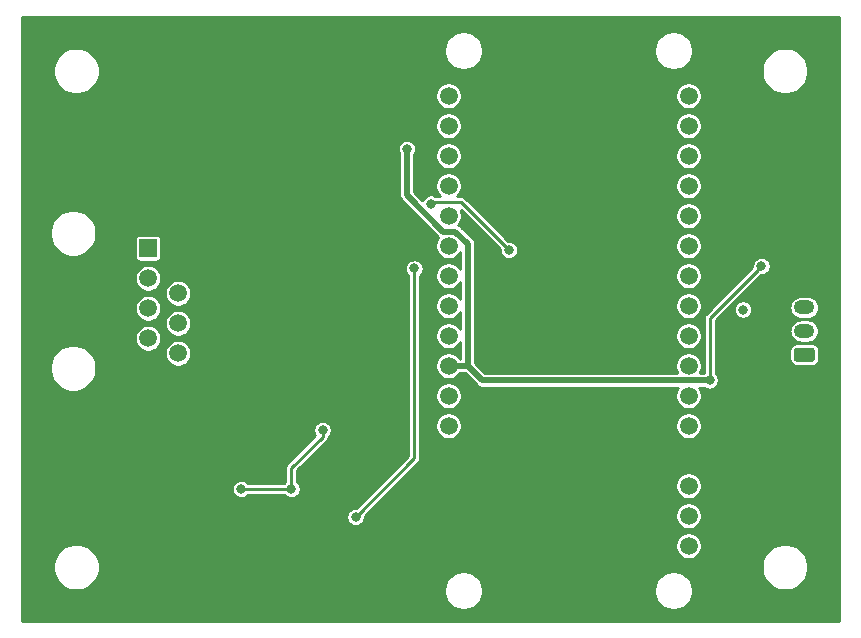
<source format=gbr>
G04 #@! TF.GenerationSoftware,KiCad,Pcbnew,(5.1.5)-3*
G04 #@! TF.CreationDate,2020-05-19T22:12:29-06:00*
G04 #@! TF.ProjectId,GarageDoorOpener,47617261-6765-4446-9f6f-724f70656e65,1b*
G04 #@! TF.SameCoordinates,Original*
G04 #@! TF.FileFunction,Copper,L2,Bot*
G04 #@! TF.FilePolarity,Positive*
%FSLAX46Y46*%
G04 Gerber Fmt 4.6, Leading zero omitted, Abs format (unit mm)*
G04 Created by KiCad (PCBNEW (5.1.5)-3) date 2020-05-19 22:12:29*
%MOMM*%
%LPD*%
G04 APERTURE LIST*
%ADD10C,1.500000*%
%ADD11R,1.500000X1.500000*%
%ADD12O,1.750000X1.200000*%
%ADD13C,0.100000*%
%ADD14C,0.800000*%
%ADD15C,0.500000*%
%ADD16C,0.250000*%
%ADD17C,0.254000*%
G04 APERTURE END LIST*
D10*
X154838400Y-79552800D03*
X154838400Y-77012800D03*
X154838400Y-82092800D03*
X154838400Y-74472800D03*
X154838400Y-84632800D03*
X134518400Y-74472800D03*
X154838400Y-87172800D03*
X134518400Y-77012800D03*
X154838400Y-89712800D03*
X134518400Y-79552800D03*
X154838400Y-92252800D03*
X134518400Y-82092800D03*
X154838400Y-94792800D03*
X134518400Y-84632800D03*
X154838400Y-97332800D03*
X134518400Y-87172800D03*
X154838400Y-99872800D03*
X134518400Y-89712800D03*
X154838400Y-102412800D03*
X134518400Y-92252800D03*
X154838400Y-104952800D03*
X134518400Y-94792800D03*
X154838400Y-107492800D03*
X134518400Y-97332800D03*
X154838400Y-110032800D03*
X134518400Y-99872800D03*
X154838400Y-112572800D03*
X134518400Y-102412800D03*
X111620000Y-96270000D03*
X109080000Y-95000000D03*
X111620000Y-93730000D03*
X109080000Y-92460000D03*
X111620000Y-91190000D03*
X109080000Y-89920000D03*
X111620000Y-88650000D03*
D11*
X109080000Y-87380000D03*
D12*
X164642800Y-90393000D03*
X164642800Y-92393000D03*
X164642800Y-94393000D03*
G04 #@! TA.AperFunction,ComponentPad*
D13*
G36*
X165292305Y-95794204D02*
G01*
X165316573Y-95797804D01*
X165340372Y-95803765D01*
X165363471Y-95812030D01*
X165385650Y-95822520D01*
X165406693Y-95835132D01*
X165426399Y-95849747D01*
X165444577Y-95866223D01*
X165461053Y-95884401D01*
X165475668Y-95904107D01*
X165488280Y-95925150D01*
X165498770Y-95947329D01*
X165507035Y-95970428D01*
X165512996Y-95994227D01*
X165516596Y-96018495D01*
X165517800Y-96042999D01*
X165517800Y-96743001D01*
X165516596Y-96767505D01*
X165512996Y-96791773D01*
X165507035Y-96815572D01*
X165498770Y-96838671D01*
X165488280Y-96860850D01*
X165475668Y-96881893D01*
X165461053Y-96901599D01*
X165444577Y-96919777D01*
X165426399Y-96936253D01*
X165406693Y-96950868D01*
X165385650Y-96963480D01*
X165363471Y-96973970D01*
X165340372Y-96982235D01*
X165316573Y-96988196D01*
X165292305Y-96991796D01*
X165267801Y-96993000D01*
X164017799Y-96993000D01*
X163993295Y-96991796D01*
X163969027Y-96988196D01*
X163945228Y-96982235D01*
X163922129Y-96973970D01*
X163899950Y-96963480D01*
X163878907Y-96950868D01*
X163859201Y-96936253D01*
X163841023Y-96919777D01*
X163824547Y-96901599D01*
X163809932Y-96881893D01*
X163797320Y-96860850D01*
X163786830Y-96838671D01*
X163778565Y-96815572D01*
X163772604Y-96791773D01*
X163769004Y-96767505D01*
X163767800Y-96743001D01*
X163767800Y-96042999D01*
X163769004Y-96018495D01*
X163772604Y-95994227D01*
X163778565Y-95970428D01*
X163786830Y-95947329D01*
X163797320Y-95925150D01*
X163809932Y-95904107D01*
X163824547Y-95884401D01*
X163841023Y-95866223D01*
X163859201Y-95849747D01*
X163878907Y-95835132D01*
X163899950Y-95822520D01*
X163922129Y-95812030D01*
X163945228Y-95803765D01*
X163969027Y-95797804D01*
X163993295Y-95794204D01*
X164017799Y-95793000D01*
X165267801Y-95793000D01*
X165292305Y-95794204D01*
G37*
G04 #@! TD.AperFunction*
D14*
X159435800Y-92583000D03*
X118948200Y-80975200D03*
X114808000Y-78486000D03*
X110032800Y-79984600D03*
X111760000Y-80010000D03*
X113538000Y-80010000D03*
X125501400Y-111810800D03*
X123190000Y-111836200D03*
X119176800Y-111861600D03*
X116459000Y-111836200D03*
X166522400Y-68757800D03*
X99288600Y-68707000D03*
X99085400Y-118033800D03*
X166954200Y-118110000D03*
X113284000Y-118287800D03*
X126314200Y-118135400D03*
X138658600Y-118211600D03*
X151790400Y-118262400D03*
X112191800Y-68351400D03*
X123672600Y-68503800D03*
X137617200Y-68402200D03*
X151993600Y-68503800D03*
X166954200Y-83794600D03*
X167208200Y-100203000D03*
X99237800Y-98755200D03*
X99034600Y-84150200D03*
X144399000Y-74422000D03*
X144602200Y-89687400D03*
X144957800Y-105943400D03*
X114782600Y-84277200D03*
X120573800Y-98679000D03*
X121843800Y-103047800D03*
X132562600Y-102946200D03*
X111937800Y-104902000D03*
X112649000Y-112064800D03*
X126111000Y-113741200D03*
X129209800Y-112344200D03*
X152146000Y-112776000D03*
X157505400Y-105003600D03*
X157454600Y-99974400D03*
X157149800Y-84988400D03*
X161696400Y-82143600D03*
X160426400Y-76225400D03*
X109804200Y-96875600D03*
X107492800Y-88696800D03*
X111226600Y-82524600D03*
X123215400Y-88112600D03*
X127508000Y-81000600D03*
X136118600Y-85115400D03*
X111861600Y-71729600D03*
X128041400Y-75590400D03*
X164642800Y-87782400D03*
X121615200Y-89204800D03*
X119430800Y-92989400D03*
X127152400Y-93649800D03*
X130987800Y-78968600D03*
X156616401Y-98577399D03*
X161010600Y-88900000D03*
X116967000Y-107772200D03*
X121208800Y-107772200D03*
X126644400Y-110134400D03*
X123850400Y-102768400D03*
X131622800Y-89103200D03*
X139623800Y-87528400D03*
X133019800Y-83616800D03*
D15*
X130987800Y-82878202D02*
X130987800Y-78968600D01*
X135094401Y-85972799D02*
X134082397Y-85972799D01*
X134082397Y-85972799D02*
X130987800Y-82878202D01*
X136144000Y-87022398D02*
X135094401Y-85972799D01*
X136144000Y-97358200D02*
X136144000Y-87022398D01*
X134543800Y-97358200D02*
X136144000Y-97358200D01*
X134518400Y-97332800D02*
X134543800Y-97358200D01*
X136144000Y-97358200D02*
X137363199Y-98577399D01*
X137363199Y-98577399D02*
X156050716Y-98577399D01*
X156050716Y-98577399D02*
X156616401Y-98577399D01*
D16*
X160610601Y-89299999D02*
X161010600Y-88900000D01*
X156616401Y-93294199D02*
X160610601Y-89299999D01*
X156616401Y-98577399D02*
X156616401Y-93294199D01*
X116967000Y-107772200D02*
X121208800Y-107772200D01*
X121208800Y-107206515D02*
X121208800Y-107772200D01*
X121208800Y-105975685D02*
X121208800Y-107206515D01*
X123850400Y-103334085D02*
X121208800Y-105975685D01*
X123850400Y-102768400D02*
X123850400Y-103334085D01*
X131622800Y-105156000D02*
X131622800Y-89103200D01*
X126644400Y-110134400D02*
X131622800Y-105156000D01*
X133172200Y-83464400D02*
X133019800Y-83616800D01*
X139623800Y-87528400D02*
X135559800Y-83464400D01*
X135559800Y-83464400D02*
X133172200Y-83464400D01*
D17*
G36*
X167594001Y-118974000D02*
G01*
X98406000Y-118974000D01*
X98406000Y-114184889D01*
X101019000Y-114184889D01*
X101019000Y-114575111D01*
X101095129Y-114957836D01*
X101244461Y-115318355D01*
X101461257Y-115642814D01*
X101737186Y-115918743D01*
X102061645Y-116135539D01*
X102422164Y-116284871D01*
X102804889Y-116361000D01*
X103195111Y-116361000D01*
X103577836Y-116284871D01*
X103733987Y-116220191D01*
X134137400Y-116220191D01*
X134137400Y-116545409D01*
X134200847Y-116864379D01*
X134325303Y-117164842D01*
X134505985Y-117435251D01*
X134735949Y-117665215D01*
X135006358Y-117845897D01*
X135306821Y-117970353D01*
X135625791Y-118033800D01*
X135951009Y-118033800D01*
X136269979Y-117970353D01*
X136570442Y-117845897D01*
X136840851Y-117665215D01*
X137070815Y-117435251D01*
X137251497Y-117164842D01*
X137375953Y-116864379D01*
X137439400Y-116545409D01*
X137439400Y-116220191D01*
X151917400Y-116220191D01*
X151917400Y-116545409D01*
X151980847Y-116864379D01*
X152105303Y-117164842D01*
X152285985Y-117435251D01*
X152515949Y-117665215D01*
X152786358Y-117845897D01*
X153086821Y-117970353D01*
X153405791Y-118033800D01*
X153731009Y-118033800D01*
X154049979Y-117970353D01*
X154350442Y-117845897D01*
X154620851Y-117665215D01*
X154850815Y-117435251D01*
X155031497Y-117164842D01*
X155155953Y-116864379D01*
X155219400Y-116545409D01*
X155219400Y-116220191D01*
X155155953Y-115901221D01*
X155031497Y-115600758D01*
X154850815Y-115330349D01*
X154620851Y-115100385D01*
X154350442Y-114919703D01*
X154049979Y-114795247D01*
X153731009Y-114731800D01*
X153405791Y-114731800D01*
X153086821Y-114795247D01*
X152786358Y-114919703D01*
X152515949Y-115100385D01*
X152285985Y-115330349D01*
X152105303Y-115600758D01*
X151980847Y-115901221D01*
X151917400Y-116220191D01*
X137439400Y-116220191D01*
X137375953Y-115901221D01*
X137251497Y-115600758D01*
X137070815Y-115330349D01*
X136840851Y-115100385D01*
X136570442Y-114919703D01*
X136269979Y-114795247D01*
X135951009Y-114731800D01*
X135625791Y-114731800D01*
X135306821Y-114795247D01*
X135006358Y-114919703D01*
X134735949Y-115100385D01*
X134505985Y-115330349D01*
X134325303Y-115600758D01*
X134200847Y-115901221D01*
X134137400Y-116220191D01*
X103733987Y-116220191D01*
X103938355Y-116135539D01*
X104262814Y-115918743D01*
X104538743Y-115642814D01*
X104755539Y-115318355D01*
X104904871Y-114957836D01*
X104981000Y-114575111D01*
X104981000Y-114184889D01*
X161019000Y-114184889D01*
X161019000Y-114575111D01*
X161095129Y-114957836D01*
X161244461Y-115318355D01*
X161461257Y-115642814D01*
X161737186Y-115918743D01*
X162061645Y-116135539D01*
X162422164Y-116284871D01*
X162804889Y-116361000D01*
X163195111Y-116361000D01*
X163577836Y-116284871D01*
X163938355Y-116135539D01*
X164262814Y-115918743D01*
X164538743Y-115642814D01*
X164755539Y-115318355D01*
X164904871Y-114957836D01*
X164981000Y-114575111D01*
X164981000Y-114184889D01*
X164904871Y-113802164D01*
X164755539Y-113441645D01*
X164538743Y-113117186D01*
X164262814Y-112841257D01*
X163938355Y-112624461D01*
X163577836Y-112475129D01*
X163195111Y-112399000D01*
X162804889Y-112399000D01*
X162422164Y-112475129D01*
X162061645Y-112624461D01*
X161737186Y-112841257D01*
X161461257Y-113117186D01*
X161244461Y-113441645D01*
X161095129Y-113802164D01*
X161019000Y-114184889D01*
X104981000Y-114184889D01*
X104904871Y-113802164D01*
X104755539Y-113441645D01*
X104538743Y-113117186D01*
X104262814Y-112841257D01*
X103938355Y-112624461D01*
X103577836Y-112475129D01*
X103508847Y-112461406D01*
X153707400Y-112461406D01*
X153707400Y-112684194D01*
X153750864Y-112902700D01*
X153836121Y-113108529D01*
X153959895Y-113293770D01*
X154117430Y-113451305D01*
X154302671Y-113575079D01*
X154508500Y-113660336D01*
X154727006Y-113703800D01*
X154949794Y-113703800D01*
X155168300Y-113660336D01*
X155374129Y-113575079D01*
X155559370Y-113451305D01*
X155716905Y-113293770D01*
X155840679Y-113108529D01*
X155925936Y-112902700D01*
X155969400Y-112684194D01*
X155969400Y-112461406D01*
X155925936Y-112242900D01*
X155840679Y-112037071D01*
X155716905Y-111851830D01*
X155559370Y-111694295D01*
X155374129Y-111570521D01*
X155168300Y-111485264D01*
X154949794Y-111441800D01*
X154727006Y-111441800D01*
X154508500Y-111485264D01*
X154302671Y-111570521D01*
X154117430Y-111694295D01*
X153959895Y-111851830D01*
X153836121Y-112037071D01*
X153750864Y-112242900D01*
X153707400Y-112461406D01*
X103508847Y-112461406D01*
X103195111Y-112399000D01*
X102804889Y-112399000D01*
X102422164Y-112475129D01*
X102061645Y-112624461D01*
X101737186Y-112841257D01*
X101461257Y-113117186D01*
X101244461Y-113441645D01*
X101095129Y-113802164D01*
X101019000Y-114184889D01*
X98406000Y-114184889D01*
X98406000Y-110057478D01*
X125863400Y-110057478D01*
X125863400Y-110211322D01*
X125893413Y-110362209D01*
X125952287Y-110504342D01*
X126037758Y-110632259D01*
X126146541Y-110741042D01*
X126274458Y-110826513D01*
X126416591Y-110885387D01*
X126567478Y-110915400D01*
X126721322Y-110915400D01*
X126872209Y-110885387D01*
X127014342Y-110826513D01*
X127142259Y-110741042D01*
X127251042Y-110632259D01*
X127336513Y-110504342D01*
X127395387Y-110362209D01*
X127425400Y-110211322D01*
X127425400Y-110068991D01*
X127572985Y-109921406D01*
X153707400Y-109921406D01*
X153707400Y-110144194D01*
X153750864Y-110362700D01*
X153836121Y-110568529D01*
X153959895Y-110753770D01*
X154117430Y-110911305D01*
X154302671Y-111035079D01*
X154508500Y-111120336D01*
X154727006Y-111163800D01*
X154949794Y-111163800D01*
X155168300Y-111120336D01*
X155374129Y-111035079D01*
X155559370Y-110911305D01*
X155716905Y-110753770D01*
X155840679Y-110568529D01*
X155925936Y-110362700D01*
X155969400Y-110144194D01*
X155969400Y-109921406D01*
X155925936Y-109702900D01*
X155840679Y-109497071D01*
X155716905Y-109311830D01*
X155559370Y-109154295D01*
X155374129Y-109030521D01*
X155168300Y-108945264D01*
X154949794Y-108901800D01*
X154727006Y-108901800D01*
X154508500Y-108945264D01*
X154302671Y-109030521D01*
X154117430Y-109154295D01*
X153959895Y-109311830D01*
X153836121Y-109497071D01*
X153750864Y-109702900D01*
X153707400Y-109921406D01*
X127572985Y-109921406D01*
X130112985Y-107381406D01*
X153707400Y-107381406D01*
X153707400Y-107604194D01*
X153750864Y-107822700D01*
X153836121Y-108028529D01*
X153959895Y-108213770D01*
X154117430Y-108371305D01*
X154302671Y-108495079D01*
X154508500Y-108580336D01*
X154727006Y-108623800D01*
X154949794Y-108623800D01*
X155168300Y-108580336D01*
X155374129Y-108495079D01*
X155559370Y-108371305D01*
X155716905Y-108213770D01*
X155840679Y-108028529D01*
X155925936Y-107822700D01*
X155969400Y-107604194D01*
X155969400Y-107381406D01*
X155925936Y-107162900D01*
X155840679Y-106957071D01*
X155716905Y-106771830D01*
X155559370Y-106614295D01*
X155374129Y-106490521D01*
X155168300Y-106405264D01*
X154949794Y-106361800D01*
X154727006Y-106361800D01*
X154508500Y-106405264D01*
X154302671Y-106490521D01*
X154117430Y-106614295D01*
X153959895Y-106771830D01*
X153836121Y-106957071D01*
X153750864Y-107162900D01*
X153707400Y-107381406D01*
X130112985Y-107381406D01*
X131963020Y-105531372D01*
X131982327Y-105515527D01*
X132045559Y-105438479D01*
X132092545Y-105350575D01*
X132121478Y-105255193D01*
X132128800Y-105180854D01*
X132128800Y-105180853D01*
X132131248Y-105156000D01*
X132128800Y-105131146D01*
X132128800Y-102301406D01*
X133387400Y-102301406D01*
X133387400Y-102524194D01*
X133430864Y-102742700D01*
X133516121Y-102948529D01*
X133639895Y-103133770D01*
X133797430Y-103291305D01*
X133982671Y-103415079D01*
X134188500Y-103500336D01*
X134407006Y-103543800D01*
X134629794Y-103543800D01*
X134848300Y-103500336D01*
X135054129Y-103415079D01*
X135239370Y-103291305D01*
X135396905Y-103133770D01*
X135520679Y-102948529D01*
X135605936Y-102742700D01*
X135649400Y-102524194D01*
X135649400Y-102301406D01*
X153707400Y-102301406D01*
X153707400Y-102524194D01*
X153750864Y-102742700D01*
X153836121Y-102948529D01*
X153959895Y-103133770D01*
X154117430Y-103291305D01*
X154302671Y-103415079D01*
X154508500Y-103500336D01*
X154727006Y-103543800D01*
X154949794Y-103543800D01*
X155168300Y-103500336D01*
X155374129Y-103415079D01*
X155559370Y-103291305D01*
X155716905Y-103133770D01*
X155840679Y-102948529D01*
X155925936Y-102742700D01*
X155969400Y-102524194D01*
X155969400Y-102301406D01*
X155925936Y-102082900D01*
X155840679Y-101877071D01*
X155716905Y-101691830D01*
X155559370Y-101534295D01*
X155374129Y-101410521D01*
X155168300Y-101325264D01*
X154949794Y-101281800D01*
X154727006Y-101281800D01*
X154508500Y-101325264D01*
X154302671Y-101410521D01*
X154117430Y-101534295D01*
X153959895Y-101691830D01*
X153836121Y-101877071D01*
X153750864Y-102082900D01*
X153707400Y-102301406D01*
X135649400Y-102301406D01*
X135605936Y-102082900D01*
X135520679Y-101877071D01*
X135396905Y-101691830D01*
X135239370Y-101534295D01*
X135054129Y-101410521D01*
X134848300Y-101325264D01*
X134629794Y-101281800D01*
X134407006Y-101281800D01*
X134188500Y-101325264D01*
X133982671Y-101410521D01*
X133797430Y-101534295D01*
X133639895Y-101691830D01*
X133516121Y-101877071D01*
X133430864Y-102082900D01*
X133387400Y-102301406D01*
X132128800Y-102301406D01*
X132128800Y-99761406D01*
X133387400Y-99761406D01*
X133387400Y-99984194D01*
X133430864Y-100202700D01*
X133516121Y-100408529D01*
X133639895Y-100593770D01*
X133797430Y-100751305D01*
X133982671Y-100875079D01*
X134188500Y-100960336D01*
X134407006Y-101003800D01*
X134629794Y-101003800D01*
X134848300Y-100960336D01*
X135054129Y-100875079D01*
X135239370Y-100751305D01*
X135396905Y-100593770D01*
X135520679Y-100408529D01*
X135605936Y-100202700D01*
X135649400Y-99984194D01*
X135649400Y-99761406D01*
X135605936Y-99542900D01*
X135520679Y-99337071D01*
X135396905Y-99151830D01*
X135239370Y-98994295D01*
X135054129Y-98870521D01*
X134848300Y-98785264D01*
X134629794Y-98741800D01*
X134407006Y-98741800D01*
X134188500Y-98785264D01*
X133982671Y-98870521D01*
X133797430Y-98994295D01*
X133639895Y-99151830D01*
X133516121Y-99337071D01*
X133430864Y-99542900D01*
X133387400Y-99761406D01*
X132128800Y-99761406D01*
X132128800Y-89701701D01*
X132229442Y-89601059D01*
X132314913Y-89473142D01*
X132373787Y-89331009D01*
X132403800Y-89180122D01*
X132403800Y-89026278D01*
X132373787Y-88875391D01*
X132314913Y-88733258D01*
X132229442Y-88605341D01*
X132120659Y-88496558D01*
X131992742Y-88411087D01*
X131850609Y-88352213D01*
X131699722Y-88322200D01*
X131545878Y-88322200D01*
X131394991Y-88352213D01*
X131252858Y-88411087D01*
X131124941Y-88496558D01*
X131016158Y-88605341D01*
X130930687Y-88733258D01*
X130871813Y-88875391D01*
X130841800Y-89026278D01*
X130841800Y-89180122D01*
X130871813Y-89331009D01*
X130930687Y-89473142D01*
X131016158Y-89601059D01*
X131116801Y-89701702D01*
X131116800Y-104946408D01*
X126709809Y-109353400D01*
X126567478Y-109353400D01*
X126416591Y-109383413D01*
X126274458Y-109442287D01*
X126146541Y-109527758D01*
X126037758Y-109636541D01*
X125952287Y-109764458D01*
X125893413Y-109906591D01*
X125863400Y-110057478D01*
X98406000Y-110057478D01*
X98406000Y-107695278D01*
X116186000Y-107695278D01*
X116186000Y-107849122D01*
X116216013Y-108000009D01*
X116274887Y-108142142D01*
X116360358Y-108270059D01*
X116469141Y-108378842D01*
X116597058Y-108464313D01*
X116739191Y-108523187D01*
X116890078Y-108553200D01*
X117043922Y-108553200D01*
X117194809Y-108523187D01*
X117336942Y-108464313D01*
X117464859Y-108378842D01*
X117565501Y-108278200D01*
X120610299Y-108278200D01*
X120710941Y-108378842D01*
X120838858Y-108464313D01*
X120980991Y-108523187D01*
X121131878Y-108553200D01*
X121285722Y-108553200D01*
X121436609Y-108523187D01*
X121578742Y-108464313D01*
X121706659Y-108378842D01*
X121815442Y-108270059D01*
X121900913Y-108142142D01*
X121959787Y-108000009D01*
X121989800Y-107849122D01*
X121989800Y-107695278D01*
X121959787Y-107544391D01*
X121900913Y-107402258D01*
X121815442Y-107274341D01*
X121714800Y-107173699D01*
X121714800Y-106185276D01*
X124190620Y-103709457D01*
X124209927Y-103693612D01*
X124273159Y-103616564D01*
X124320145Y-103528660D01*
X124349078Y-103433278D01*
X124355530Y-103367771D01*
X124457042Y-103266259D01*
X124542513Y-103138342D01*
X124601387Y-102996209D01*
X124631400Y-102845322D01*
X124631400Y-102691478D01*
X124601387Y-102540591D01*
X124542513Y-102398458D01*
X124457042Y-102270541D01*
X124348259Y-102161758D01*
X124220342Y-102076287D01*
X124078209Y-102017413D01*
X123927322Y-101987400D01*
X123773478Y-101987400D01*
X123622591Y-102017413D01*
X123480458Y-102076287D01*
X123352541Y-102161758D01*
X123243758Y-102270541D01*
X123158287Y-102398458D01*
X123099413Y-102540591D01*
X123069400Y-102691478D01*
X123069400Y-102845322D01*
X123099413Y-102996209D01*
X123158287Y-103138342D01*
X123227286Y-103241607D01*
X120868585Y-105600309D01*
X120849273Y-105616158D01*
X120786041Y-105693206D01*
X120739055Y-105781111D01*
X120710122Y-105876493D01*
X120702800Y-105950832D01*
X120702800Y-105950839D01*
X120700353Y-105975685D01*
X120702800Y-106000532D01*
X120702801Y-107173698D01*
X120610299Y-107266200D01*
X117565501Y-107266200D01*
X117464859Y-107165558D01*
X117336942Y-107080087D01*
X117194809Y-107021213D01*
X117043922Y-106991200D01*
X116890078Y-106991200D01*
X116739191Y-107021213D01*
X116597058Y-107080087D01*
X116469141Y-107165558D01*
X116360358Y-107274341D01*
X116274887Y-107402258D01*
X116216013Y-107544391D01*
X116186000Y-107695278D01*
X98406000Y-107695278D01*
X98406000Y-97344889D01*
X100749000Y-97344889D01*
X100749000Y-97735111D01*
X100825129Y-98117836D01*
X100974461Y-98478355D01*
X101191257Y-98802814D01*
X101467186Y-99078743D01*
X101791645Y-99295539D01*
X102152164Y-99444871D01*
X102534889Y-99521000D01*
X102925111Y-99521000D01*
X103307836Y-99444871D01*
X103668355Y-99295539D01*
X103992814Y-99078743D01*
X104268743Y-98802814D01*
X104485539Y-98478355D01*
X104634871Y-98117836D01*
X104711000Y-97735111D01*
X104711000Y-97344889D01*
X104634871Y-96962164D01*
X104485539Y-96601645D01*
X104268743Y-96277186D01*
X104150163Y-96158606D01*
X110489000Y-96158606D01*
X110489000Y-96381394D01*
X110532464Y-96599900D01*
X110617721Y-96805729D01*
X110741495Y-96990970D01*
X110899030Y-97148505D01*
X111084271Y-97272279D01*
X111290100Y-97357536D01*
X111508606Y-97401000D01*
X111731394Y-97401000D01*
X111949900Y-97357536D01*
X112155729Y-97272279D01*
X112340970Y-97148505D01*
X112498505Y-96990970D01*
X112622279Y-96805729D01*
X112707536Y-96599900D01*
X112751000Y-96381394D01*
X112751000Y-96158606D01*
X112707536Y-95940100D01*
X112622279Y-95734271D01*
X112498505Y-95549030D01*
X112340970Y-95391495D01*
X112155729Y-95267721D01*
X111949900Y-95182464D01*
X111731394Y-95139000D01*
X111508606Y-95139000D01*
X111290100Y-95182464D01*
X111084271Y-95267721D01*
X110899030Y-95391495D01*
X110741495Y-95549030D01*
X110617721Y-95734271D01*
X110532464Y-95940100D01*
X110489000Y-96158606D01*
X104150163Y-96158606D01*
X103992814Y-96001257D01*
X103668355Y-95784461D01*
X103307836Y-95635129D01*
X102925111Y-95559000D01*
X102534889Y-95559000D01*
X102152164Y-95635129D01*
X101791645Y-95784461D01*
X101467186Y-96001257D01*
X101191257Y-96277186D01*
X100974461Y-96601645D01*
X100825129Y-96962164D01*
X100749000Y-97344889D01*
X98406000Y-97344889D01*
X98406000Y-94888606D01*
X107949000Y-94888606D01*
X107949000Y-95111394D01*
X107992464Y-95329900D01*
X108077721Y-95535729D01*
X108201495Y-95720970D01*
X108359030Y-95878505D01*
X108544271Y-96002279D01*
X108750100Y-96087536D01*
X108968606Y-96131000D01*
X109191394Y-96131000D01*
X109409900Y-96087536D01*
X109615729Y-96002279D01*
X109800970Y-95878505D01*
X109958505Y-95720970D01*
X110082279Y-95535729D01*
X110167536Y-95329900D01*
X110211000Y-95111394D01*
X110211000Y-94888606D01*
X110167536Y-94670100D01*
X110082279Y-94464271D01*
X109958505Y-94279030D01*
X109800970Y-94121495D01*
X109615729Y-93997721D01*
X109409900Y-93912464D01*
X109191394Y-93869000D01*
X108968606Y-93869000D01*
X108750100Y-93912464D01*
X108544271Y-93997721D01*
X108359030Y-94121495D01*
X108201495Y-94279030D01*
X108077721Y-94464271D01*
X107992464Y-94670100D01*
X107949000Y-94888606D01*
X98406000Y-94888606D01*
X98406000Y-93618606D01*
X110489000Y-93618606D01*
X110489000Y-93841394D01*
X110532464Y-94059900D01*
X110617721Y-94265729D01*
X110741495Y-94450970D01*
X110899030Y-94608505D01*
X111084271Y-94732279D01*
X111290100Y-94817536D01*
X111508606Y-94861000D01*
X111731394Y-94861000D01*
X111949900Y-94817536D01*
X112155729Y-94732279D01*
X112340970Y-94608505D01*
X112498505Y-94450970D01*
X112622279Y-94265729D01*
X112707536Y-94059900D01*
X112751000Y-93841394D01*
X112751000Y-93618606D01*
X112707536Y-93400100D01*
X112622279Y-93194271D01*
X112498505Y-93009030D01*
X112340970Y-92851495D01*
X112155729Y-92727721D01*
X111949900Y-92642464D01*
X111731394Y-92599000D01*
X111508606Y-92599000D01*
X111290100Y-92642464D01*
X111084271Y-92727721D01*
X110899030Y-92851495D01*
X110741495Y-93009030D01*
X110617721Y-93194271D01*
X110532464Y-93400100D01*
X110489000Y-93618606D01*
X98406000Y-93618606D01*
X98406000Y-92348606D01*
X107949000Y-92348606D01*
X107949000Y-92571394D01*
X107992464Y-92789900D01*
X108077721Y-92995729D01*
X108201495Y-93180970D01*
X108359030Y-93338505D01*
X108544271Y-93462279D01*
X108750100Y-93547536D01*
X108968606Y-93591000D01*
X109191394Y-93591000D01*
X109409900Y-93547536D01*
X109615729Y-93462279D01*
X109800970Y-93338505D01*
X109958505Y-93180970D01*
X110082279Y-92995729D01*
X110167536Y-92789900D01*
X110211000Y-92571394D01*
X110211000Y-92348606D01*
X110167536Y-92130100D01*
X110082279Y-91924271D01*
X109958505Y-91739030D01*
X109800970Y-91581495D01*
X109615729Y-91457721D01*
X109409900Y-91372464D01*
X109191394Y-91329000D01*
X108968606Y-91329000D01*
X108750100Y-91372464D01*
X108544271Y-91457721D01*
X108359030Y-91581495D01*
X108201495Y-91739030D01*
X108077721Y-91924271D01*
X107992464Y-92130100D01*
X107949000Y-92348606D01*
X98406000Y-92348606D01*
X98406000Y-91078606D01*
X110489000Y-91078606D01*
X110489000Y-91301394D01*
X110532464Y-91519900D01*
X110617721Y-91725729D01*
X110741495Y-91910970D01*
X110899030Y-92068505D01*
X111084271Y-92192279D01*
X111290100Y-92277536D01*
X111508606Y-92321000D01*
X111731394Y-92321000D01*
X111949900Y-92277536D01*
X112155729Y-92192279D01*
X112340970Y-92068505D01*
X112498505Y-91910970D01*
X112622279Y-91725729D01*
X112707536Y-91519900D01*
X112751000Y-91301394D01*
X112751000Y-91078606D01*
X112707536Y-90860100D01*
X112622279Y-90654271D01*
X112498505Y-90469030D01*
X112340970Y-90311495D01*
X112155729Y-90187721D01*
X111949900Y-90102464D01*
X111731394Y-90059000D01*
X111508606Y-90059000D01*
X111290100Y-90102464D01*
X111084271Y-90187721D01*
X110899030Y-90311495D01*
X110741495Y-90469030D01*
X110617721Y-90654271D01*
X110532464Y-90860100D01*
X110489000Y-91078606D01*
X98406000Y-91078606D01*
X98406000Y-89808606D01*
X107949000Y-89808606D01*
X107949000Y-90031394D01*
X107992464Y-90249900D01*
X108077721Y-90455729D01*
X108201495Y-90640970D01*
X108359030Y-90798505D01*
X108544271Y-90922279D01*
X108750100Y-91007536D01*
X108968606Y-91051000D01*
X109191394Y-91051000D01*
X109409900Y-91007536D01*
X109615729Y-90922279D01*
X109800970Y-90798505D01*
X109958505Y-90640970D01*
X110082279Y-90455729D01*
X110167536Y-90249900D01*
X110211000Y-90031394D01*
X110211000Y-89808606D01*
X110167536Y-89590100D01*
X110082279Y-89384271D01*
X109958505Y-89199030D01*
X109800970Y-89041495D01*
X109615729Y-88917721D01*
X109409900Y-88832464D01*
X109191394Y-88789000D01*
X108968606Y-88789000D01*
X108750100Y-88832464D01*
X108544271Y-88917721D01*
X108359030Y-89041495D01*
X108201495Y-89199030D01*
X108077721Y-89384271D01*
X107992464Y-89590100D01*
X107949000Y-89808606D01*
X98406000Y-89808606D01*
X98406000Y-85914889D01*
X100749000Y-85914889D01*
X100749000Y-86305111D01*
X100825129Y-86687836D01*
X100974461Y-87048355D01*
X101191257Y-87372814D01*
X101467186Y-87648743D01*
X101791645Y-87865539D01*
X102152164Y-88014871D01*
X102534889Y-88091000D01*
X102925111Y-88091000D01*
X103307836Y-88014871D01*
X103668355Y-87865539D01*
X103992814Y-87648743D01*
X104268743Y-87372814D01*
X104485539Y-87048355D01*
X104634871Y-86687836D01*
X104646375Y-86630000D01*
X107947157Y-86630000D01*
X107947157Y-88130000D01*
X107954513Y-88204689D01*
X107976299Y-88276508D01*
X108011678Y-88342696D01*
X108059289Y-88400711D01*
X108117304Y-88448322D01*
X108183492Y-88483701D01*
X108255311Y-88505487D01*
X108330000Y-88512843D01*
X109830000Y-88512843D01*
X109904689Y-88505487D01*
X109976508Y-88483701D01*
X110042696Y-88448322D01*
X110100711Y-88400711D01*
X110148322Y-88342696D01*
X110183701Y-88276508D01*
X110205487Y-88204689D01*
X110212843Y-88130000D01*
X110212843Y-86630000D01*
X110205487Y-86555311D01*
X110183701Y-86483492D01*
X110148322Y-86417304D01*
X110100711Y-86359289D01*
X110042696Y-86311678D01*
X109976508Y-86276299D01*
X109904689Y-86254513D01*
X109830000Y-86247157D01*
X108330000Y-86247157D01*
X108255311Y-86254513D01*
X108183492Y-86276299D01*
X108117304Y-86311678D01*
X108059289Y-86359289D01*
X108011678Y-86417304D01*
X107976299Y-86483492D01*
X107954513Y-86555311D01*
X107947157Y-86630000D01*
X104646375Y-86630000D01*
X104711000Y-86305111D01*
X104711000Y-85914889D01*
X104634871Y-85532164D01*
X104485539Y-85171645D01*
X104268743Y-84847186D01*
X103992814Y-84571257D01*
X103668355Y-84354461D01*
X103307836Y-84205129D01*
X102925111Y-84129000D01*
X102534889Y-84129000D01*
X102152164Y-84205129D01*
X101791645Y-84354461D01*
X101467186Y-84571257D01*
X101191257Y-84847186D01*
X100974461Y-85171645D01*
X100825129Y-85532164D01*
X100749000Y-85914889D01*
X98406000Y-85914889D01*
X98406000Y-78891678D01*
X130206800Y-78891678D01*
X130206800Y-79045522D01*
X130236813Y-79196409D01*
X130295687Y-79338542D01*
X130356801Y-79430006D01*
X130356800Y-82847212D01*
X130353748Y-82878202D01*
X130356800Y-82909192D01*
X130356800Y-82909199D01*
X130365930Y-83001899D01*
X130402011Y-83120843D01*
X130460604Y-83230462D01*
X130539457Y-83326545D01*
X130563537Y-83346307D01*
X133614296Y-86397067D01*
X133634054Y-86421142D01*
X133654117Y-86437608D01*
X133639895Y-86451830D01*
X133516121Y-86637071D01*
X133430864Y-86842900D01*
X133387400Y-87061406D01*
X133387400Y-87284194D01*
X133430864Y-87502700D01*
X133516121Y-87708529D01*
X133639895Y-87893770D01*
X133797430Y-88051305D01*
X133982671Y-88175079D01*
X134188500Y-88260336D01*
X134407006Y-88303800D01*
X134629794Y-88303800D01*
X134848300Y-88260336D01*
X135054129Y-88175079D01*
X135239370Y-88051305D01*
X135396905Y-87893770D01*
X135513001Y-87720020D01*
X135513001Y-89165580D01*
X135396905Y-88991830D01*
X135239370Y-88834295D01*
X135054129Y-88710521D01*
X134848300Y-88625264D01*
X134629794Y-88581800D01*
X134407006Y-88581800D01*
X134188500Y-88625264D01*
X133982671Y-88710521D01*
X133797430Y-88834295D01*
X133639895Y-88991830D01*
X133516121Y-89177071D01*
X133430864Y-89382900D01*
X133387400Y-89601406D01*
X133387400Y-89824194D01*
X133430864Y-90042700D01*
X133516121Y-90248529D01*
X133639895Y-90433770D01*
X133797430Y-90591305D01*
X133982671Y-90715079D01*
X134188500Y-90800336D01*
X134407006Y-90843800D01*
X134629794Y-90843800D01*
X134848300Y-90800336D01*
X135054129Y-90715079D01*
X135239370Y-90591305D01*
X135396905Y-90433770D01*
X135513001Y-90260020D01*
X135513001Y-91705579D01*
X135396905Y-91531830D01*
X135239370Y-91374295D01*
X135054129Y-91250521D01*
X134848300Y-91165264D01*
X134629794Y-91121800D01*
X134407006Y-91121800D01*
X134188500Y-91165264D01*
X133982671Y-91250521D01*
X133797430Y-91374295D01*
X133639895Y-91531830D01*
X133516121Y-91717071D01*
X133430864Y-91922900D01*
X133387400Y-92141406D01*
X133387400Y-92364194D01*
X133430864Y-92582700D01*
X133516121Y-92788529D01*
X133639895Y-92973770D01*
X133797430Y-93131305D01*
X133982671Y-93255079D01*
X134188500Y-93340336D01*
X134407006Y-93383800D01*
X134629794Y-93383800D01*
X134848300Y-93340336D01*
X135054129Y-93255079D01*
X135239370Y-93131305D01*
X135396905Y-92973770D01*
X135513000Y-92800021D01*
X135513000Y-94245579D01*
X135396905Y-94071830D01*
X135239370Y-93914295D01*
X135054129Y-93790521D01*
X134848300Y-93705264D01*
X134629794Y-93661800D01*
X134407006Y-93661800D01*
X134188500Y-93705264D01*
X133982671Y-93790521D01*
X133797430Y-93914295D01*
X133639895Y-94071830D01*
X133516121Y-94257071D01*
X133430864Y-94462900D01*
X133387400Y-94681406D01*
X133387400Y-94904194D01*
X133430864Y-95122700D01*
X133516121Y-95328529D01*
X133639895Y-95513770D01*
X133797430Y-95671305D01*
X133982671Y-95795079D01*
X134188500Y-95880336D01*
X134407006Y-95923800D01*
X134629794Y-95923800D01*
X134848300Y-95880336D01*
X135054129Y-95795079D01*
X135239370Y-95671305D01*
X135396905Y-95513770D01*
X135513000Y-95340021D01*
X135513000Y-96727200D01*
X135473993Y-96727200D01*
X135396905Y-96611830D01*
X135239370Y-96454295D01*
X135054129Y-96330521D01*
X134848300Y-96245264D01*
X134629794Y-96201800D01*
X134407006Y-96201800D01*
X134188500Y-96245264D01*
X133982671Y-96330521D01*
X133797430Y-96454295D01*
X133639895Y-96611830D01*
X133516121Y-96797071D01*
X133430864Y-97002900D01*
X133387400Y-97221406D01*
X133387400Y-97444194D01*
X133430864Y-97662700D01*
X133516121Y-97868529D01*
X133639895Y-98053770D01*
X133797430Y-98211305D01*
X133982671Y-98335079D01*
X134188500Y-98420336D01*
X134407006Y-98463800D01*
X134629794Y-98463800D01*
X134848300Y-98420336D01*
X135054129Y-98335079D01*
X135239370Y-98211305D01*
X135396905Y-98053770D01*
X135440049Y-97989200D01*
X135882632Y-97989200D01*
X136895098Y-99001667D01*
X136914856Y-99025742D01*
X137010938Y-99104595D01*
X137120557Y-99163188D01*
X137239501Y-99199269D01*
X137332201Y-99208399D01*
X137332208Y-99208399D01*
X137363199Y-99211451D01*
X137394189Y-99208399D01*
X153922097Y-99208399D01*
X153836121Y-99337071D01*
X153750864Y-99542900D01*
X153707400Y-99761406D01*
X153707400Y-99984194D01*
X153750864Y-100202700D01*
X153836121Y-100408529D01*
X153959895Y-100593770D01*
X154117430Y-100751305D01*
X154302671Y-100875079D01*
X154508500Y-100960336D01*
X154727006Y-101003800D01*
X154949794Y-101003800D01*
X155168300Y-100960336D01*
X155374129Y-100875079D01*
X155559370Y-100751305D01*
X155716905Y-100593770D01*
X155840679Y-100408529D01*
X155925936Y-100202700D01*
X155969400Y-99984194D01*
X155969400Y-99761406D01*
X155925936Y-99542900D01*
X155840679Y-99337071D01*
X155754703Y-99208399D01*
X156154996Y-99208399D01*
X156246459Y-99269512D01*
X156388592Y-99328386D01*
X156539479Y-99358399D01*
X156693323Y-99358399D01*
X156844210Y-99328386D01*
X156986343Y-99269512D01*
X157114260Y-99184041D01*
X157223043Y-99075258D01*
X157308514Y-98947341D01*
X157367388Y-98805208D01*
X157397401Y-98654321D01*
X157397401Y-98500477D01*
X157367388Y-98349590D01*
X157308514Y-98207457D01*
X157223043Y-98079540D01*
X157122401Y-97978898D01*
X157122401Y-96042999D01*
X163384957Y-96042999D01*
X163384957Y-96743001D01*
X163397117Y-96866462D01*
X163433129Y-96985179D01*
X163491610Y-97094589D01*
X163570312Y-97190488D01*
X163666211Y-97269190D01*
X163775621Y-97327671D01*
X163894338Y-97363683D01*
X164017799Y-97375843D01*
X165267801Y-97375843D01*
X165391262Y-97363683D01*
X165509979Y-97327671D01*
X165619389Y-97269190D01*
X165715288Y-97190488D01*
X165793990Y-97094589D01*
X165852471Y-96985179D01*
X165888483Y-96866462D01*
X165900643Y-96743001D01*
X165900643Y-96042999D01*
X165888483Y-95919538D01*
X165852471Y-95800821D01*
X165793990Y-95691411D01*
X165715288Y-95595512D01*
X165619389Y-95516810D01*
X165509979Y-95458329D01*
X165391262Y-95422317D01*
X165267801Y-95410157D01*
X164017799Y-95410157D01*
X163894338Y-95422317D01*
X163775621Y-95458329D01*
X163666211Y-95516810D01*
X163570312Y-95595512D01*
X163491610Y-95691411D01*
X163433129Y-95800821D01*
X163397117Y-95919538D01*
X163384957Y-96042999D01*
X157122401Y-96042999D01*
X157122401Y-94393000D01*
X163382054Y-94393000D01*
X163400995Y-94585310D01*
X163457089Y-94770229D01*
X163548182Y-94940651D01*
X163670772Y-95090028D01*
X163820149Y-95212618D01*
X163990571Y-95303711D01*
X164175490Y-95359805D01*
X164319613Y-95374000D01*
X164965987Y-95374000D01*
X165110110Y-95359805D01*
X165295029Y-95303711D01*
X165465451Y-95212618D01*
X165614828Y-95090028D01*
X165737418Y-94940651D01*
X165828511Y-94770229D01*
X165884605Y-94585310D01*
X165903546Y-94393000D01*
X165884605Y-94200690D01*
X165828511Y-94015771D01*
X165737418Y-93845349D01*
X165614828Y-93695972D01*
X165465451Y-93573382D01*
X165295029Y-93482289D01*
X165110110Y-93426195D01*
X164965987Y-93412000D01*
X164319613Y-93412000D01*
X164175490Y-93426195D01*
X163990571Y-93482289D01*
X163820149Y-93573382D01*
X163670772Y-93695972D01*
X163548182Y-93845349D01*
X163457089Y-94015771D01*
X163400995Y-94200690D01*
X163382054Y-94393000D01*
X157122401Y-94393000D01*
X157122401Y-93503790D01*
X158120113Y-92506078D01*
X158654800Y-92506078D01*
X158654800Y-92659922D01*
X158684813Y-92810809D01*
X158743687Y-92952942D01*
X158829158Y-93080859D01*
X158937941Y-93189642D01*
X159065858Y-93275113D01*
X159207991Y-93333987D01*
X159358878Y-93364000D01*
X159512722Y-93364000D01*
X159663609Y-93333987D01*
X159805742Y-93275113D01*
X159933659Y-93189642D01*
X160042442Y-93080859D01*
X160127913Y-92952942D01*
X160186787Y-92810809D01*
X160216800Y-92659922D01*
X160216800Y-92506078D01*
X160194308Y-92393000D01*
X163382054Y-92393000D01*
X163400995Y-92585310D01*
X163457089Y-92770229D01*
X163548182Y-92940651D01*
X163670772Y-93090028D01*
X163820149Y-93212618D01*
X163990571Y-93303711D01*
X164175490Y-93359805D01*
X164319613Y-93374000D01*
X164965987Y-93374000D01*
X165110110Y-93359805D01*
X165295029Y-93303711D01*
X165465451Y-93212618D01*
X165614828Y-93090028D01*
X165737418Y-92940651D01*
X165828511Y-92770229D01*
X165884605Y-92585310D01*
X165903546Y-92393000D01*
X165884605Y-92200690D01*
X165828511Y-92015771D01*
X165737418Y-91845349D01*
X165614828Y-91695972D01*
X165465451Y-91573382D01*
X165295029Y-91482289D01*
X165110110Y-91426195D01*
X164965987Y-91412000D01*
X164319613Y-91412000D01*
X164175490Y-91426195D01*
X163990571Y-91482289D01*
X163820149Y-91573382D01*
X163670772Y-91695972D01*
X163548182Y-91845349D01*
X163457089Y-92015771D01*
X163400995Y-92200690D01*
X163382054Y-92393000D01*
X160194308Y-92393000D01*
X160186787Y-92355191D01*
X160127913Y-92213058D01*
X160042442Y-92085141D01*
X159933659Y-91976358D01*
X159805742Y-91890887D01*
X159663609Y-91832013D01*
X159512722Y-91802000D01*
X159358878Y-91802000D01*
X159207991Y-91832013D01*
X159065858Y-91890887D01*
X158937941Y-91976358D01*
X158829158Y-92085141D01*
X158743687Y-92213058D01*
X158684813Y-92355191D01*
X158654800Y-92506078D01*
X158120113Y-92506078D01*
X160945192Y-89681000D01*
X161087522Y-89681000D01*
X161238409Y-89650987D01*
X161380542Y-89592113D01*
X161508459Y-89506642D01*
X161617242Y-89397859D01*
X161702713Y-89269942D01*
X161761587Y-89127809D01*
X161791600Y-88976922D01*
X161791600Y-88823078D01*
X161761587Y-88672191D01*
X161702713Y-88530058D01*
X161617242Y-88402141D01*
X161508459Y-88293358D01*
X161380542Y-88207887D01*
X161238409Y-88149013D01*
X161087522Y-88119000D01*
X160933678Y-88119000D01*
X160782791Y-88149013D01*
X160640658Y-88207887D01*
X160512741Y-88293358D01*
X160403958Y-88402141D01*
X160318487Y-88530058D01*
X160259613Y-88672191D01*
X160229600Y-88823078D01*
X160229600Y-88965408D01*
X156276182Y-92918827D01*
X156256875Y-92934672D01*
X156193643Y-93011720D01*
X156168528Y-93058707D01*
X156146656Y-93099625D01*
X156117723Y-93195007D01*
X156107954Y-93294199D01*
X156110402Y-93319055D01*
X156110401Y-97946399D01*
X155788648Y-97946399D01*
X155840679Y-97868529D01*
X155925936Y-97662700D01*
X155969400Y-97444194D01*
X155969400Y-97221406D01*
X155925936Y-97002900D01*
X155840679Y-96797071D01*
X155716905Y-96611830D01*
X155559370Y-96454295D01*
X155374129Y-96330521D01*
X155168300Y-96245264D01*
X154949794Y-96201800D01*
X154727006Y-96201800D01*
X154508500Y-96245264D01*
X154302671Y-96330521D01*
X154117430Y-96454295D01*
X153959895Y-96611830D01*
X153836121Y-96797071D01*
X153750864Y-97002900D01*
X153707400Y-97221406D01*
X153707400Y-97444194D01*
X153750864Y-97662700D01*
X153836121Y-97868529D01*
X153888152Y-97946399D01*
X137624568Y-97946399D01*
X136775000Y-97096832D01*
X136775000Y-94681406D01*
X153707400Y-94681406D01*
X153707400Y-94904194D01*
X153750864Y-95122700D01*
X153836121Y-95328529D01*
X153959895Y-95513770D01*
X154117430Y-95671305D01*
X154302671Y-95795079D01*
X154508500Y-95880336D01*
X154727006Y-95923800D01*
X154949794Y-95923800D01*
X155168300Y-95880336D01*
X155374129Y-95795079D01*
X155559370Y-95671305D01*
X155716905Y-95513770D01*
X155840679Y-95328529D01*
X155925936Y-95122700D01*
X155969400Y-94904194D01*
X155969400Y-94681406D01*
X155925936Y-94462900D01*
X155840679Y-94257071D01*
X155716905Y-94071830D01*
X155559370Y-93914295D01*
X155374129Y-93790521D01*
X155168300Y-93705264D01*
X154949794Y-93661800D01*
X154727006Y-93661800D01*
X154508500Y-93705264D01*
X154302671Y-93790521D01*
X154117430Y-93914295D01*
X153959895Y-94071830D01*
X153836121Y-94257071D01*
X153750864Y-94462900D01*
X153707400Y-94681406D01*
X136775000Y-94681406D01*
X136775000Y-92141406D01*
X153707400Y-92141406D01*
X153707400Y-92364194D01*
X153750864Y-92582700D01*
X153836121Y-92788529D01*
X153959895Y-92973770D01*
X154117430Y-93131305D01*
X154302671Y-93255079D01*
X154508500Y-93340336D01*
X154727006Y-93383800D01*
X154949794Y-93383800D01*
X155168300Y-93340336D01*
X155374129Y-93255079D01*
X155559370Y-93131305D01*
X155716905Y-92973770D01*
X155840679Y-92788529D01*
X155925936Y-92582700D01*
X155969400Y-92364194D01*
X155969400Y-92141406D01*
X155925936Y-91922900D01*
X155840679Y-91717071D01*
X155716905Y-91531830D01*
X155559370Y-91374295D01*
X155374129Y-91250521D01*
X155168300Y-91165264D01*
X154949794Y-91121800D01*
X154727006Y-91121800D01*
X154508500Y-91165264D01*
X154302671Y-91250521D01*
X154117430Y-91374295D01*
X153959895Y-91531830D01*
X153836121Y-91717071D01*
X153750864Y-91922900D01*
X153707400Y-92141406D01*
X136775000Y-92141406D01*
X136775000Y-89601406D01*
X153707400Y-89601406D01*
X153707400Y-89824194D01*
X153750864Y-90042700D01*
X153836121Y-90248529D01*
X153959895Y-90433770D01*
X154117430Y-90591305D01*
X154302671Y-90715079D01*
X154508500Y-90800336D01*
X154727006Y-90843800D01*
X154949794Y-90843800D01*
X155168300Y-90800336D01*
X155374129Y-90715079D01*
X155559370Y-90591305D01*
X155716905Y-90433770D01*
X155840679Y-90248529D01*
X155925936Y-90042700D01*
X155969400Y-89824194D01*
X155969400Y-89601406D01*
X155925936Y-89382900D01*
X155840679Y-89177071D01*
X155716905Y-88991830D01*
X155559370Y-88834295D01*
X155374129Y-88710521D01*
X155168300Y-88625264D01*
X154949794Y-88581800D01*
X154727006Y-88581800D01*
X154508500Y-88625264D01*
X154302671Y-88710521D01*
X154117430Y-88834295D01*
X153959895Y-88991830D01*
X153836121Y-89177071D01*
X153750864Y-89382900D01*
X153707400Y-89601406D01*
X136775000Y-89601406D01*
X136775000Y-87053385D01*
X136778052Y-87022397D01*
X136775000Y-86991409D01*
X136775000Y-86991400D01*
X136765870Y-86898700D01*
X136729789Y-86779756D01*
X136671196Y-86670137D01*
X136638256Y-86630000D01*
X136612103Y-86598132D01*
X136612101Y-86598130D01*
X136592343Y-86574055D01*
X136568268Y-86554297D01*
X135562506Y-85548536D01*
X135542744Y-85524456D01*
X135446662Y-85445603D01*
X135354392Y-85396283D01*
X135396905Y-85353770D01*
X135520679Y-85168529D01*
X135605936Y-84962700D01*
X135649400Y-84744194D01*
X135649400Y-84521406D01*
X135605936Y-84302900D01*
X135551650Y-84171841D01*
X138842800Y-87462992D01*
X138842800Y-87605322D01*
X138872813Y-87756209D01*
X138931687Y-87898342D01*
X139017158Y-88026259D01*
X139125941Y-88135042D01*
X139253858Y-88220513D01*
X139395991Y-88279387D01*
X139546878Y-88309400D01*
X139700722Y-88309400D01*
X139851609Y-88279387D01*
X139993742Y-88220513D01*
X140121659Y-88135042D01*
X140230442Y-88026259D01*
X140315913Y-87898342D01*
X140374787Y-87756209D01*
X140404800Y-87605322D01*
X140404800Y-87451478D01*
X140374787Y-87300591D01*
X140315913Y-87158458D01*
X140251066Y-87061406D01*
X153707400Y-87061406D01*
X153707400Y-87284194D01*
X153750864Y-87502700D01*
X153836121Y-87708529D01*
X153959895Y-87893770D01*
X154117430Y-88051305D01*
X154302671Y-88175079D01*
X154508500Y-88260336D01*
X154727006Y-88303800D01*
X154949794Y-88303800D01*
X155168300Y-88260336D01*
X155374129Y-88175079D01*
X155559370Y-88051305D01*
X155716905Y-87893770D01*
X155840679Y-87708529D01*
X155925936Y-87502700D01*
X155969400Y-87284194D01*
X155969400Y-87061406D01*
X155925936Y-86842900D01*
X155840679Y-86637071D01*
X155716905Y-86451830D01*
X155559370Y-86294295D01*
X155374129Y-86170521D01*
X155168300Y-86085264D01*
X154949794Y-86041800D01*
X154727006Y-86041800D01*
X154508500Y-86085264D01*
X154302671Y-86170521D01*
X154117430Y-86294295D01*
X153959895Y-86451830D01*
X153836121Y-86637071D01*
X153750864Y-86842900D01*
X153707400Y-87061406D01*
X140251066Y-87061406D01*
X140230442Y-87030541D01*
X140121659Y-86921758D01*
X139993742Y-86836287D01*
X139851609Y-86777413D01*
X139700722Y-86747400D01*
X139558392Y-86747400D01*
X137332398Y-84521406D01*
X153707400Y-84521406D01*
X153707400Y-84744194D01*
X153750864Y-84962700D01*
X153836121Y-85168529D01*
X153959895Y-85353770D01*
X154117430Y-85511305D01*
X154302671Y-85635079D01*
X154508500Y-85720336D01*
X154727006Y-85763800D01*
X154949794Y-85763800D01*
X155168300Y-85720336D01*
X155374129Y-85635079D01*
X155559370Y-85511305D01*
X155716905Y-85353770D01*
X155840679Y-85168529D01*
X155925936Y-84962700D01*
X155969400Y-84744194D01*
X155969400Y-84521406D01*
X155925936Y-84302900D01*
X155840679Y-84097071D01*
X155716905Y-83911830D01*
X155559370Y-83754295D01*
X155374129Y-83630521D01*
X155168300Y-83545264D01*
X154949794Y-83501800D01*
X154727006Y-83501800D01*
X154508500Y-83545264D01*
X154302671Y-83630521D01*
X154117430Y-83754295D01*
X153959895Y-83911830D01*
X153836121Y-84097071D01*
X153750864Y-84302900D01*
X153707400Y-84521406D01*
X137332398Y-84521406D01*
X135935176Y-83124185D01*
X135919327Y-83104873D01*
X135842279Y-83041641D01*
X135754375Y-82994655D01*
X135658993Y-82965722D01*
X135584654Y-82958400D01*
X135584646Y-82958400D01*
X135559800Y-82955953D01*
X135534954Y-82958400D01*
X135252275Y-82958400D01*
X135396905Y-82813770D01*
X135520679Y-82628529D01*
X135605936Y-82422700D01*
X135649400Y-82204194D01*
X135649400Y-81981406D01*
X153707400Y-81981406D01*
X153707400Y-82204194D01*
X153750864Y-82422700D01*
X153836121Y-82628529D01*
X153959895Y-82813770D01*
X154117430Y-82971305D01*
X154302671Y-83095079D01*
X154508500Y-83180336D01*
X154727006Y-83223800D01*
X154949794Y-83223800D01*
X155168300Y-83180336D01*
X155374129Y-83095079D01*
X155559370Y-82971305D01*
X155716905Y-82813770D01*
X155840679Y-82628529D01*
X155925936Y-82422700D01*
X155969400Y-82204194D01*
X155969400Y-81981406D01*
X155925936Y-81762900D01*
X155840679Y-81557071D01*
X155716905Y-81371830D01*
X155559370Y-81214295D01*
X155374129Y-81090521D01*
X155168300Y-81005264D01*
X154949794Y-80961800D01*
X154727006Y-80961800D01*
X154508500Y-81005264D01*
X154302671Y-81090521D01*
X154117430Y-81214295D01*
X153959895Y-81371830D01*
X153836121Y-81557071D01*
X153750864Y-81762900D01*
X153707400Y-81981406D01*
X135649400Y-81981406D01*
X135605936Y-81762900D01*
X135520679Y-81557071D01*
X135396905Y-81371830D01*
X135239370Y-81214295D01*
X135054129Y-81090521D01*
X134848300Y-81005264D01*
X134629794Y-80961800D01*
X134407006Y-80961800D01*
X134188500Y-81005264D01*
X133982671Y-81090521D01*
X133797430Y-81214295D01*
X133639895Y-81371830D01*
X133516121Y-81557071D01*
X133430864Y-81762900D01*
X133387400Y-81981406D01*
X133387400Y-82204194D01*
X133430864Y-82422700D01*
X133516121Y-82628529D01*
X133639895Y-82813770D01*
X133784525Y-82958400D01*
X133440197Y-82958400D01*
X133389742Y-82924687D01*
X133247609Y-82865813D01*
X133096722Y-82835800D01*
X132942878Y-82835800D01*
X132791991Y-82865813D01*
X132649858Y-82924687D01*
X132521941Y-83010158D01*
X132413158Y-83118941D01*
X132327687Y-83246858D01*
X132304588Y-83302622D01*
X131618800Y-82616834D01*
X131618800Y-79441406D01*
X133387400Y-79441406D01*
X133387400Y-79664194D01*
X133430864Y-79882700D01*
X133516121Y-80088529D01*
X133639895Y-80273770D01*
X133797430Y-80431305D01*
X133982671Y-80555079D01*
X134188500Y-80640336D01*
X134407006Y-80683800D01*
X134629794Y-80683800D01*
X134848300Y-80640336D01*
X135054129Y-80555079D01*
X135239370Y-80431305D01*
X135396905Y-80273770D01*
X135520679Y-80088529D01*
X135605936Y-79882700D01*
X135649400Y-79664194D01*
X135649400Y-79441406D01*
X153707400Y-79441406D01*
X153707400Y-79664194D01*
X153750864Y-79882700D01*
X153836121Y-80088529D01*
X153959895Y-80273770D01*
X154117430Y-80431305D01*
X154302671Y-80555079D01*
X154508500Y-80640336D01*
X154727006Y-80683800D01*
X154949794Y-80683800D01*
X155168300Y-80640336D01*
X155374129Y-80555079D01*
X155559370Y-80431305D01*
X155716905Y-80273770D01*
X155840679Y-80088529D01*
X155925936Y-79882700D01*
X155969400Y-79664194D01*
X155969400Y-79441406D01*
X155925936Y-79222900D01*
X155840679Y-79017071D01*
X155716905Y-78831830D01*
X155559370Y-78674295D01*
X155374129Y-78550521D01*
X155168300Y-78465264D01*
X154949794Y-78421800D01*
X154727006Y-78421800D01*
X154508500Y-78465264D01*
X154302671Y-78550521D01*
X154117430Y-78674295D01*
X153959895Y-78831830D01*
X153836121Y-79017071D01*
X153750864Y-79222900D01*
X153707400Y-79441406D01*
X135649400Y-79441406D01*
X135605936Y-79222900D01*
X135520679Y-79017071D01*
X135396905Y-78831830D01*
X135239370Y-78674295D01*
X135054129Y-78550521D01*
X134848300Y-78465264D01*
X134629794Y-78421800D01*
X134407006Y-78421800D01*
X134188500Y-78465264D01*
X133982671Y-78550521D01*
X133797430Y-78674295D01*
X133639895Y-78831830D01*
X133516121Y-79017071D01*
X133430864Y-79222900D01*
X133387400Y-79441406D01*
X131618800Y-79441406D01*
X131618800Y-79430005D01*
X131679913Y-79338542D01*
X131738787Y-79196409D01*
X131768800Y-79045522D01*
X131768800Y-78891678D01*
X131738787Y-78740791D01*
X131679913Y-78598658D01*
X131594442Y-78470741D01*
X131485659Y-78361958D01*
X131357742Y-78276487D01*
X131215609Y-78217613D01*
X131064722Y-78187600D01*
X130910878Y-78187600D01*
X130759991Y-78217613D01*
X130617858Y-78276487D01*
X130489941Y-78361958D01*
X130381158Y-78470741D01*
X130295687Y-78598658D01*
X130236813Y-78740791D01*
X130206800Y-78891678D01*
X98406000Y-78891678D01*
X98406000Y-76901406D01*
X133387400Y-76901406D01*
X133387400Y-77124194D01*
X133430864Y-77342700D01*
X133516121Y-77548529D01*
X133639895Y-77733770D01*
X133797430Y-77891305D01*
X133982671Y-78015079D01*
X134188500Y-78100336D01*
X134407006Y-78143800D01*
X134629794Y-78143800D01*
X134848300Y-78100336D01*
X135054129Y-78015079D01*
X135239370Y-77891305D01*
X135396905Y-77733770D01*
X135520679Y-77548529D01*
X135605936Y-77342700D01*
X135649400Y-77124194D01*
X135649400Y-76901406D01*
X153707400Y-76901406D01*
X153707400Y-77124194D01*
X153750864Y-77342700D01*
X153836121Y-77548529D01*
X153959895Y-77733770D01*
X154117430Y-77891305D01*
X154302671Y-78015079D01*
X154508500Y-78100336D01*
X154727006Y-78143800D01*
X154949794Y-78143800D01*
X155168300Y-78100336D01*
X155374129Y-78015079D01*
X155559370Y-77891305D01*
X155716905Y-77733770D01*
X155840679Y-77548529D01*
X155925936Y-77342700D01*
X155969400Y-77124194D01*
X155969400Y-76901406D01*
X155925936Y-76682900D01*
X155840679Y-76477071D01*
X155716905Y-76291830D01*
X155559370Y-76134295D01*
X155374129Y-76010521D01*
X155168300Y-75925264D01*
X154949794Y-75881800D01*
X154727006Y-75881800D01*
X154508500Y-75925264D01*
X154302671Y-76010521D01*
X154117430Y-76134295D01*
X153959895Y-76291830D01*
X153836121Y-76477071D01*
X153750864Y-76682900D01*
X153707400Y-76901406D01*
X135649400Y-76901406D01*
X135605936Y-76682900D01*
X135520679Y-76477071D01*
X135396905Y-76291830D01*
X135239370Y-76134295D01*
X135054129Y-76010521D01*
X134848300Y-75925264D01*
X134629794Y-75881800D01*
X134407006Y-75881800D01*
X134188500Y-75925264D01*
X133982671Y-76010521D01*
X133797430Y-76134295D01*
X133639895Y-76291830D01*
X133516121Y-76477071D01*
X133430864Y-76682900D01*
X133387400Y-76901406D01*
X98406000Y-76901406D01*
X98406000Y-74361406D01*
X133387400Y-74361406D01*
X133387400Y-74584194D01*
X133430864Y-74802700D01*
X133516121Y-75008529D01*
X133639895Y-75193770D01*
X133797430Y-75351305D01*
X133982671Y-75475079D01*
X134188500Y-75560336D01*
X134407006Y-75603800D01*
X134629794Y-75603800D01*
X134848300Y-75560336D01*
X135054129Y-75475079D01*
X135239370Y-75351305D01*
X135396905Y-75193770D01*
X135520679Y-75008529D01*
X135605936Y-74802700D01*
X135649400Y-74584194D01*
X135649400Y-74361406D01*
X153707400Y-74361406D01*
X153707400Y-74584194D01*
X153750864Y-74802700D01*
X153836121Y-75008529D01*
X153959895Y-75193770D01*
X154117430Y-75351305D01*
X154302671Y-75475079D01*
X154508500Y-75560336D01*
X154727006Y-75603800D01*
X154949794Y-75603800D01*
X155168300Y-75560336D01*
X155374129Y-75475079D01*
X155559370Y-75351305D01*
X155716905Y-75193770D01*
X155840679Y-75008529D01*
X155925936Y-74802700D01*
X155969400Y-74584194D01*
X155969400Y-74361406D01*
X155925936Y-74142900D01*
X155840679Y-73937071D01*
X155716905Y-73751830D01*
X155559370Y-73594295D01*
X155374129Y-73470521D01*
X155168300Y-73385264D01*
X154949794Y-73341800D01*
X154727006Y-73341800D01*
X154508500Y-73385264D01*
X154302671Y-73470521D01*
X154117430Y-73594295D01*
X153959895Y-73751830D01*
X153836121Y-73937071D01*
X153750864Y-74142900D01*
X153707400Y-74361406D01*
X135649400Y-74361406D01*
X135605936Y-74142900D01*
X135520679Y-73937071D01*
X135396905Y-73751830D01*
X135239370Y-73594295D01*
X135054129Y-73470521D01*
X134848300Y-73385264D01*
X134629794Y-73341800D01*
X134407006Y-73341800D01*
X134188500Y-73385264D01*
X133982671Y-73470521D01*
X133797430Y-73594295D01*
X133639895Y-73751830D01*
X133516121Y-73937071D01*
X133430864Y-74142900D01*
X133387400Y-74361406D01*
X98406000Y-74361406D01*
X98406000Y-72184889D01*
X101019000Y-72184889D01*
X101019000Y-72575111D01*
X101095129Y-72957836D01*
X101244461Y-73318355D01*
X101461257Y-73642814D01*
X101737186Y-73918743D01*
X102061645Y-74135539D01*
X102422164Y-74284871D01*
X102804889Y-74361000D01*
X103195111Y-74361000D01*
X103577836Y-74284871D01*
X103938355Y-74135539D01*
X104262814Y-73918743D01*
X104538743Y-73642814D01*
X104755539Y-73318355D01*
X104904871Y-72957836D01*
X104981000Y-72575111D01*
X104981000Y-72184889D01*
X104904871Y-71802164D01*
X104755539Y-71441645D01*
X104538743Y-71117186D01*
X104262814Y-70841257D01*
X103938355Y-70624461D01*
X103638341Y-70500191D01*
X134137400Y-70500191D01*
X134137400Y-70825409D01*
X134200847Y-71144379D01*
X134325303Y-71444842D01*
X134505985Y-71715251D01*
X134735949Y-71945215D01*
X135006358Y-72125897D01*
X135306821Y-72250353D01*
X135625791Y-72313800D01*
X135951009Y-72313800D01*
X136269979Y-72250353D01*
X136570442Y-72125897D01*
X136840851Y-71945215D01*
X137070815Y-71715251D01*
X137251497Y-71444842D01*
X137375953Y-71144379D01*
X137439400Y-70825409D01*
X137439400Y-70500191D01*
X151917400Y-70500191D01*
X151917400Y-70825409D01*
X151980847Y-71144379D01*
X152105303Y-71444842D01*
X152285985Y-71715251D01*
X152515949Y-71945215D01*
X152786358Y-72125897D01*
X153086821Y-72250353D01*
X153405791Y-72313800D01*
X153731009Y-72313800D01*
X154049979Y-72250353D01*
X154208022Y-72184889D01*
X161019000Y-72184889D01*
X161019000Y-72575111D01*
X161095129Y-72957836D01*
X161244461Y-73318355D01*
X161461257Y-73642814D01*
X161737186Y-73918743D01*
X162061645Y-74135539D01*
X162422164Y-74284871D01*
X162804889Y-74361000D01*
X163195111Y-74361000D01*
X163577836Y-74284871D01*
X163938355Y-74135539D01*
X164262814Y-73918743D01*
X164538743Y-73642814D01*
X164755539Y-73318355D01*
X164904871Y-72957836D01*
X164981000Y-72575111D01*
X164981000Y-72184889D01*
X164904871Y-71802164D01*
X164755539Y-71441645D01*
X164538743Y-71117186D01*
X164262814Y-70841257D01*
X163938355Y-70624461D01*
X163577836Y-70475129D01*
X163195111Y-70399000D01*
X162804889Y-70399000D01*
X162422164Y-70475129D01*
X162061645Y-70624461D01*
X161737186Y-70841257D01*
X161461257Y-71117186D01*
X161244461Y-71441645D01*
X161095129Y-71802164D01*
X161019000Y-72184889D01*
X154208022Y-72184889D01*
X154350442Y-72125897D01*
X154620851Y-71945215D01*
X154850815Y-71715251D01*
X155031497Y-71444842D01*
X155155953Y-71144379D01*
X155219400Y-70825409D01*
X155219400Y-70500191D01*
X155155953Y-70181221D01*
X155031497Y-69880758D01*
X154850815Y-69610349D01*
X154620851Y-69380385D01*
X154350442Y-69199703D01*
X154049979Y-69075247D01*
X153731009Y-69011800D01*
X153405791Y-69011800D01*
X153086821Y-69075247D01*
X152786358Y-69199703D01*
X152515949Y-69380385D01*
X152285985Y-69610349D01*
X152105303Y-69880758D01*
X151980847Y-70181221D01*
X151917400Y-70500191D01*
X137439400Y-70500191D01*
X137375953Y-70181221D01*
X137251497Y-69880758D01*
X137070815Y-69610349D01*
X136840851Y-69380385D01*
X136570442Y-69199703D01*
X136269979Y-69075247D01*
X135951009Y-69011800D01*
X135625791Y-69011800D01*
X135306821Y-69075247D01*
X135006358Y-69199703D01*
X134735949Y-69380385D01*
X134505985Y-69610349D01*
X134325303Y-69880758D01*
X134200847Y-70181221D01*
X134137400Y-70500191D01*
X103638341Y-70500191D01*
X103577836Y-70475129D01*
X103195111Y-70399000D01*
X102804889Y-70399000D01*
X102422164Y-70475129D01*
X102061645Y-70624461D01*
X101737186Y-70841257D01*
X101461257Y-71117186D01*
X101244461Y-71441645D01*
X101095129Y-71802164D01*
X101019000Y-72184889D01*
X98406000Y-72184889D01*
X98406000Y-67786000D01*
X167594000Y-67786000D01*
X167594001Y-118974000D01*
G37*
X167594001Y-118974000D02*
X98406000Y-118974000D01*
X98406000Y-114184889D01*
X101019000Y-114184889D01*
X101019000Y-114575111D01*
X101095129Y-114957836D01*
X101244461Y-115318355D01*
X101461257Y-115642814D01*
X101737186Y-115918743D01*
X102061645Y-116135539D01*
X102422164Y-116284871D01*
X102804889Y-116361000D01*
X103195111Y-116361000D01*
X103577836Y-116284871D01*
X103733987Y-116220191D01*
X134137400Y-116220191D01*
X134137400Y-116545409D01*
X134200847Y-116864379D01*
X134325303Y-117164842D01*
X134505985Y-117435251D01*
X134735949Y-117665215D01*
X135006358Y-117845897D01*
X135306821Y-117970353D01*
X135625791Y-118033800D01*
X135951009Y-118033800D01*
X136269979Y-117970353D01*
X136570442Y-117845897D01*
X136840851Y-117665215D01*
X137070815Y-117435251D01*
X137251497Y-117164842D01*
X137375953Y-116864379D01*
X137439400Y-116545409D01*
X137439400Y-116220191D01*
X151917400Y-116220191D01*
X151917400Y-116545409D01*
X151980847Y-116864379D01*
X152105303Y-117164842D01*
X152285985Y-117435251D01*
X152515949Y-117665215D01*
X152786358Y-117845897D01*
X153086821Y-117970353D01*
X153405791Y-118033800D01*
X153731009Y-118033800D01*
X154049979Y-117970353D01*
X154350442Y-117845897D01*
X154620851Y-117665215D01*
X154850815Y-117435251D01*
X155031497Y-117164842D01*
X155155953Y-116864379D01*
X155219400Y-116545409D01*
X155219400Y-116220191D01*
X155155953Y-115901221D01*
X155031497Y-115600758D01*
X154850815Y-115330349D01*
X154620851Y-115100385D01*
X154350442Y-114919703D01*
X154049979Y-114795247D01*
X153731009Y-114731800D01*
X153405791Y-114731800D01*
X153086821Y-114795247D01*
X152786358Y-114919703D01*
X152515949Y-115100385D01*
X152285985Y-115330349D01*
X152105303Y-115600758D01*
X151980847Y-115901221D01*
X151917400Y-116220191D01*
X137439400Y-116220191D01*
X137375953Y-115901221D01*
X137251497Y-115600758D01*
X137070815Y-115330349D01*
X136840851Y-115100385D01*
X136570442Y-114919703D01*
X136269979Y-114795247D01*
X135951009Y-114731800D01*
X135625791Y-114731800D01*
X135306821Y-114795247D01*
X135006358Y-114919703D01*
X134735949Y-115100385D01*
X134505985Y-115330349D01*
X134325303Y-115600758D01*
X134200847Y-115901221D01*
X134137400Y-116220191D01*
X103733987Y-116220191D01*
X103938355Y-116135539D01*
X104262814Y-115918743D01*
X104538743Y-115642814D01*
X104755539Y-115318355D01*
X104904871Y-114957836D01*
X104981000Y-114575111D01*
X104981000Y-114184889D01*
X161019000Y-114184889D01*
X161019000Y-114575111D01*
X161095129Y-114957836D01*
X161244461Y-115318355D01*
X161461257Y-115642814D01*
X161737186Y-115918743D01*
X162061645Y-116135539D01*
X162422164Y-116284871D01*
X162804889Y-116361000D01*
X163195111Y-116361000D01*
X163577836Y-116284871D01*
X163938355Y-116135539D01*
X164262814Y-115918743D01*
X164538743Y-115642814D01*
X164755539Y-115318355D01*
X164904871Y-114957836D01*
X164981000Y-114575111D01*
X164981000Y-114184889D01*
X164904871Y-113802164D01*
X164755539Y-113441645D01*
X164538743Y-113117186D01*
X164262814Y-112841257D01*
X163938355Y-112624461D01*
X163577836Y-112475129D01*
X163195111Y-112399000D01*
X162804889Y-112399000D01*
X162422164Y-112475129D01*
X162061645Y-112624461D01*
X161737186Y-112841257D01*
X161461257Y-113117186D01*
X161244461Y-113441645D01*
X161095129Y-113802164D01*
X161019000Y-114184889D01*
X104981000Y-114184889D01*
X104904871Y-113802164D01*
X104755539Y-113441645D01*
X104538743Y-113117186D01*
X104262814Y-112841257D01*
X103938355Y-112624461D01*
X103577836Y-112475129D01*
X103508847Y-112461406D01*
X153707400Y-112461406D01*
X153707400Y-112684194D01*
X153750864Y-112902700D01*
X153836121Y-113108529D01*
X153959895Y-113293770D01*
X154117430Y-113451305D01*
X154302671Y-113575079D01*
X154508500Y-113660336D01*
X154727006Y-113703800D01*
X154949794Y-113703800D01*
X155168300Y-113660336D01*
X155374129Y-113575079D01*
X155559370Y-113451305D01*
X155716905Y-113293770D01*
X155840679Y-113108529D01*
X155925936Y-112902700D01*
X155969400Y-112684194D01*
X155969400Y-112461406D01*
X155925936Y-112242900D01*
X155840679Y-112037071D01*
X155716905Y-111851830D01*
X155559370Y-111694295D01*
X155374129Y-111570521D01*
X155168300Y-111485264D01*
X154949794Y-111441800D01*
X154727006Y-111441800D01*
X154508500Y-111485264D01*
X154302671Y-111570521D01*
X154117430Y-111694295D01*
X153959895Y-111851830D01*
X153836121Y-112037071D01*
X153750864Y-112242900D01*
X153707400Y-112461406D01*
X103508847Y-112461406D01*
X103195111Y-112399000D01*
X102804889Y-112399000D01*
X102422164Y-112475129D01*
X102061645Y-112624461D01*
X101737186Y-112841257D01*
X101461257Y-113117186D01*
X101244461Y-113441645D01*
X101095129Y-113802164D01*
X101019000Y-114184889D01*
X98406000Y-114184889D01*
X98406000Y-110057478D01*
X125863400Y-110057478D01*
X125863400Y-110211322D01*
X125893413Y-110362209D01*
X125952287Y-110504342D01*
X126037758Y-110632259D01*
X126146541Y-110741042D01*
X126274458Y-110826513D01*
X126416591Y-110885387D01*
X126567478Y-110915400D01*
X126721322Y-110915400D01*
X126872209Y-110885387D01*
X127014342Y-110826513D01*
X127142259Y-110741042D01*
X127251042Y-110632259D01*
X127336513Y-110504342D01*
X127395387Y-110362209D01*
X127425400Y-110211322D01*
X127425400Y-110068991D01*
X127572985Y-109921406D01*
X153707400Y-109921406D01*
X153707400Y-110144194D01*
X153750864Y-110362700D01*
X153836121Y-110568529D01*
X153959895Y-110753770D01*
X154117430Y-110911305D01*
X154302671Y-111035079D01*
X154508500Y-111120336D01*
X154727006Y-111163800D01*
X154949794Y-111163800D01*
X155168300Y-111120336D01*
X155374129Y-111035079D01*
X155559370Y-110911305D01*
X155716905Y-110753770D01*
X155840679Y-110568529D01*
X155925936Y-110362700D01*
X155969400Y-110144194D01*
X155969400Y-109921406D01*
X155925936Y-109702900D01*
X155840679Y-109497071D01*
X155716905Y-109311830D01*
X155559370Y-109154295D01*
X155374129Y-109030521D01*
X155168300Y-108945264D01*
X154949794Y-108901800D01*
X154727006Y-108901800D01*
X154508500Y-108945264D01*
X154302671Y-109030521D01*
X154117430Y-109154295D01*
X153959895Y-109311830D01*
X153836121Y-109497071D01*
X153750864Y-109702900D01*
X153707400Y-109921406D01*
X127572985Y-109921406D01*
X130112985Y-107381406D01*
X153707400Y-107381406D01*
X153707400Y-107604194D01*
X153750864Y-107822700D01*
X153836121Y-108028529D01*
X153959895Y-108213770D01*
X154117430Y-108371305D01*
X154302671Y-108495079D01*
X154508500Y-108580336D01*
X154727006Y-108623800D01*
X154949794Y-108623800D01*
X155168300Y-108580336D01*
X155374129Y-108495079D01*
X155559370Y-108371305D01*
X155716905Y-108213770D01*
X155840679Y-108028529D01*
X155925936Y-107822700D01*
X155969400Y-107604194D01*
X155969400Y-107381406D01*
X155925936Y-107162900D01*
X155840679Y-106957071D01*
X155716905Y-106771830D01*
X155559370Y-106614295D01*
X155374129Y-106490521D01*
X155168300Y-106405264D01*
X154949794Y-106361800D01*
X154727006Y-106361800D01*
X154508500Y-106405264D01*
X154302671Y-106490521D01*
X154117430Y-106614295D01*
X153959895Y-106771830D01*
X153836121Y-106957071D01*
X153750864Y-107162900D01*
X153707400Y-107381406D01*
X130112985Y-107381406D01*
X131963020Y-105531372D01*
X131982327Y-105515527D01*
X132045559Y-105438479D01*
X132092545Y-105350575D01*
X132121478Y-105255193D01*
X132128800Y-105180854D01*
X132128800Y-105180853D01*
X132131248Y-105156000D01*
X132128800Y-105131146D01*
X132128800Y-102301406D01*
X133387400Y-102301406D01*
X133387400Y-102524194D01*
X133430864Y-102742700D01*
X133516121Y-102948529D01*
X133639895Y-103133770D01*
X133797430Y-103291305D01*
X133982671Y-103415079D01*
X134188500Y-103500336D01*
X134407006Y-103543800D01*
X134629794Y-103543800D01*
X134848300Y-103500336D01*
X135054129Y-103415079D01*
X135239370Y-103291305D01*
X135396905Y-103133770D01*
X135520679Y-102948529D01*
X135605936Y-102742700D01*
X135649400Y-102524194D01*
X135649400Y-102301406D01*
X153707400Y-102301406D01*
X153707400Y-102524194D01*
X153750864Y-102742700D01*
X153836121Y-102948529D01*
X153959895Y-103133770D01*
X154117430Y-103291305D01*
X154302671Y-103415079D01*
X154508500Y-103500336D01*
X154727006Y-103543800D01*
X154949794Y-103543800D01*
X155168300Y-103500336D01*
X155374129Y-103415079D01*
X155559370Y-103291305D01*
X155716905Y-103133770D01*
X155840679Y-102948529D01*
X155925936Y-102742700D01*
X155969400Y-102524194D01*
X155969400Y-102301406D01*
X155925936Y-102082900D01*
X155840679Y-101877071D01*
X155716905Y-101691830D01*
X155559370Y-101534295D01*
X155374129Y-101410521D01*
X155168300Y-101325264D01*
X154949794Y-101281800D01*
X154727006Y-101281800D01*
X154508500Y-101325264D01*
X154302671Y-101410521D01*
X154117430Y-101534295D01*
X153959895Y-101691830D01*
X153836121Y-101877071D01*
X153750864Y-102082900D01*
X153707400Y-102301406D01*
X135649400Y-102301406D01*
X135605936Y-102082900D01*
X135520679Y-101877071D01*
X135396905Y-101691830D01*
X135239370Y-101534295D01*
X135054129Y-101410521D01*
X134848300Y-101325264D01*
X134629794Y-101281800D01*
X134407006Y-101281800D01*
X134188500Y-101325264D01*
X133982671Y-101410521D01*
X133797430Y-101534295D01*
X133639895Y-101691830D01*
X133516121Y-101877071D01*
X133430864Y-102082900D01*
X133387400Y-102301406D01*
X132128800Y-102301406D01*
X132128800Y-99761406D01*
X133387400Y-99761406D01*
X133387400Y-99984194D01*
X133430864Y-100202700D01*
X133516121Y-100408529D01*
X133639895Y-100593770D01*
X133797430Y-100751305D01*
X133982671Y-100875079D01*
X134188500Y-100960336D01*
X134407006Y-101003800D01*
X134629794Y-101003800D01*
X134848300Y-100960336D01*
X135054129Y-100875079D01*
X135239370Y-100751305D01*
X135396905Y-100593770D01*
X135520679Y-100408529D01*
X135605936Y-100202700D01*
X135649400Y-99984194D01*
X135649400Y-99761406D01*
X135605936Y-99542900D01*
X135520679Y-99337071D01*
X135396905Y-99151830D01*
X135239370Y-98994295D01*
X135054129Y-98870521D01*
X134848300Y-98785264D01*
X134629794Y-98741800D01*
X134407006Y-98741800D01*
X134188500Y-98785264D01*
X133982671Y-98870521D01*
X133797430Y-98994295D01*
X133639895Y-99151830D01*
X133516121Y-99337071D01*
X133430864Y-99542900D01*
X133387400Y-99761406D01*
X132128800Y-99761406D01*
X132128800Y-89701701D01*
X132229442Y-89601059D01*
X132314913Y-89473142D01*
X132373787Y-89331009D01*
X132403800Y-89180122D01*
X132403800Y-89026278D01*
X132373787Y-88875391D01*
X132314913Y-88733258D01*
X132229442Y-88605341D01*
X132120659Y-88496558D01*
X131992742Y-88411087D01*
X131850609Y-88352213D01*
X131699722Y-88322200D01*
X131545878Y-88322200D01*
X131394991Y-88352213D01*
X131252858Y-88411087D01*
X131124941Y-88496558D01*
X131016158Y-88605341D01*
X130930687Y-88733258D01*
X130871813Y-88875391D01*
X130841800Y-89026278D01*
X130841800Y-89180122D01*
X130871813Y-89331009D01*
X130930687Y-89473142D01*
X131016158Y-89601059D01*
X131116801Y-89701702D01*
X131116800Y-104946408D01*
X126709809Y-109353400D01*
X126567478Y-109353400D01*
X126416591Y-109383413D01*
X126274458Y-109442287D01*
X126146541Y-109527758D01*
X126037758Y-109636541D01*
X125952287Y-109764458D01*
X125893413Y-109906591D01*
X125863400Y-110057478D01*
X98406000Y-110057478D01*
X98406000Y-107695278D01*
X116186000Y-107695278D01*
X116186000Y-107849122D01*
X116216013Y-108000009D01*
X116274887Y-108142142D01*
X116360358Y-108270059D01*
X116469141Y-108378842D01*
X116597058Y-108464313D01*
X116739191Y-108523187D01*
X116890078Y-108553200D01*
X117043922Y-108553200D01*
X117194809Y-108523187D01*
X117336942Y-108464313D01*
X117464859Y-108378842D01*
X117565501Y-108278200D01*
X120610299Y-108278200D01*
X120710941Y-108378842D01*
X120838858Y-108464313D01*
X120980991Y-108523187D01*
X121131878Y-108553200D01*
X121285722Y-108553200D01*
X121436609Y-108523187D01*
X121578742Y-108464313D01*
X121706659Y-108378842D01*
X121815442Y-108270059D01*
X121900913Y-108142142D01*
X121959787Y-108000009D01*
X121989800Y-107849122D01*
X121989800Y-107695278D01*
X121959787Y-107544391D01*
X121900913Y-107402258D01*
X121815442Y-107274341D01*
X121714800Y-107173699D01*
X121714800Y-106185276D01*
X124190620Y-103709457D01*
X124209927Y-103693612D01*
X124273159Y-103616564D01*
X124320145Y-103528660D01*
X124349078Y-103433278D01*
X124355530Y-103367771D01*
X124457042Y-103266259D01*
X124542513Y-103138342D01*
X124601387Y-102996209D01*
X124631400Y-102845322D01*
X124631400Y-102691478D01*
X124601387Y-102540591D01*
X124542513Y-102398458D01*
X124457042Y-102270541D01*
X124348259Y-102161758D01*
X124220342Y-102076287D01*
X124078209Y-102017413D01*
X123927322Y-101987400D01*
X123773478Y-101987400D01*
X123622591Y-102017413D01*
X123480458Y-102076287D01*
X123352541Y-102161758D01*
X123243758Y-102270541D01*
X123158287Y-102398458D01*
X123099413Y-102540591D01*
X123069400Y-102691478D01*
X123069400Y-102845322D01*
X123099413Y-102996209D01*
X123158287Y-103138342D01*
X123227286Y-103241607D01*
X120868585Y-105600309D01*
X120849273Y-105616158D01*
X120786041Y-105693206D01*
X120739055Y-105781111D01*
X120710122Y-105876493D01*
X120702800Y-105950832D01*
X120702800Y-105950839D01*
X120700353Y-105975685D01*
X120702800Y-106000532D01*
X120702801Y-107173698D01*
X120610299Y-107266200D01*
X117565501Y-107266200D01*
X117464859Y-107165558D01*
X117336942Y-107080087D01*
X117194809Y-107021213D01*
X117043922Y-106991200D01*
X116890078Y-106991200D01*
X116739191Y-107021213D01*
X116597058Y-107080087D01*
X116469141Y-107165558D01*
X116360358Y-107274341D01*
X116274887Y-107402258D01*
X116216013Y-107544391D01*
X116186000Y-107695278D01*
X98406000Y-107695278D01*
X98406000Y-97344889D01*
X100749000Y-97344889D01*
X100749000Y-97735111D01*
X100825129Y-98117836D01*
X100974461Y-98478355D01*
X101191257Y-98802814D01*
X101467186Y-99078743D01*
X101791645Y-99295539D01*
X102152164Y-99444871D01*
X102534889Y-99521000D01*
X102925111Y-99521000D01*
X103307836Y-99444871D01*
X103668355Y-99295539D01*
X103992814Y-99078743D01*
X104268743Y-98802814D01*
X104485539Y-98478355D01*
X104634871Y-98117836D01*
X104711000Y-97735111D01*
X104711000Y-97344889D01*
X104634871Y-96962164D01*
X104485539Y-96601645D01*
X104268743Y-96277186D01*
X104150163Y-96158606D01*
X110489000Y-96158606D01*
X110489000Y-96381394D01*
X110532464Y-96599900D01*
X110617721Y-96805729D01*
X110741495Y-96990970D01*
X110899030Y-97148505D01*
X111084271Y-97272279D01*
X111290100Y-97357536D01*
X111508606Y-97401000D01*
X111731394Y-97401000D01*
X111949900Y-97357536D01*
X112155729Y-97272279D01*
X112340970Y-97148505D01*
X112498505Y-96990970D01*
X112622279Y-96805729D01*
X112707536Y-96599900D01*
X112751000Y-96381394D01*
X112751000Y-96158606D01*
X112707536Y-95940100D01*
X112622279Y-95734271D01*
X112498505Y-95549030D01*
X112340970Y-95391495D01*
X112155729Y-95267721D01*
X111949900Y-95182464D01*
X111731394Y-95139000D01*
X111508606Y-95139000D01*
X111290100Y-95182464D01*
X111084271Y-95267721D01*
X110899030Y-95391495D01*
X110741495Y-95549030D01*
X110617721Y-95734271D01*
X110532464Y-95940100D01*
X110489000Y-96158606D01*
X104150163Y-96158606D01*
X103992814Y-96001257D01*
X103668355Y-95784461D01*
X103307836Y-95635129D01*
X102925111Y-95559000D01*
X102534889Y-95559000D01*
X102152164Y-95635129D01*
X101791645Y-95784461D01*
X101467186Y-96001257D01*
X101191257Y-96277186D01*
X100974461Y-96601645D01*
X100825129Y-96962164D01*
X100749000Y-97344889D01*
X98406000Y-97344889D01*
X98406000Y-94888606D01*
X107949000Y-94888606D01*
X107949000Y-95111394D01*
X107992464Y-95329900D01*
X108077721Y-95535729D01*
X108201495Y-95720970D01*
X108359030Y-95878505D01*
X108544271Y-96002279D01*
X108750100Y-96087536D01*
X108968606Y-96131000D01*
X109191394Y-96131000D01*
X109409900Y-96087536D01*
X109615729Y-96002279D01*
X109800970Y-95878505D01*
X109958505Y-95720970D01*
X110082279Y-95535729D01*
X110167536Y-95329900D01*
X110211000Y-95111394D01*
X110211000Y-94888606D01*
X110167536Y-94670100D01*
X110082279Y-94464271D01*
X109958505Y-94279030D01*
X109800970Y-94121495D01*
X109615729Y-93997721D01*
X109409900Y-93912464D01*
X109191394Y-93869000D01*
X108968606Y-93869000D01*
X108750100Y-93912464D01*
X108544271Y-93997721D01*
X108359030Y-94121495D01*
X108201495Y-94279030D01*
X108077721Y-94464271D01*
X107992464Y-94670100D01*
X107949000Y-94888606D01*
X98406000Y-94888606D01*
X98406000Y-93618606D01*
X110489000Y-93618606D01*
X110489000Y-93841394D01*
X110532464Y-94059900D01*
X110617721Y-94265729D01*
X110741495Y-94450970D01*
X110899030Y-94608505D01*
X111084271Y-94732279D01*
X111290100Y-94817536D01*
X111508606Y-94861000D01*
X111731394Y-94861000D01*
X111949900Y-94817536D01*
X112155729Y-94732279D01*
X112340970Y-94608505D01*
X112498505Y-94450970D01*
X112622279Y-94265729D01*
X112707536Y-94059900D01*
X112751000Y-93841394D01*
X112751000Y-93618606D01*
X112707536Y-93400100D01*
X112622279Y-93194271D01*
X112498505Y-93009030D01*
X112340970Y-92851495D01*
X112155729Y-92727721D01*
X111949900Y-92642464D01*
X111731394Y-92599000D01*
X111508606Y-92599000D01*
X111290100Y-92642464D01*
X111084271Y-92727721D01*
X110899030Y-92851495D01*
X110741495Y-93009030D01*
X110617721Y-93194271D01*
X110532464Y-93400100D01*
X110489000Y-93618606D01*
X98406000Y-93618606D01*
X98406000Y-92348606D01*
X107949000Y-92348606D01*
X107949000Y-92571394D01*
X107992464Y-92789900D01*
X108077721Y-92995729D01*
X108201495Y-93180970D01*
X108359030Y-93338505D01*
X108544271Y-93462279D01*
X108750100Y-93547536D01*
X108968606Y-93591000D01*
X109191394Y-93591000D01*
X109409900Y-93547536D01*
X109615729Y-93462279D01*
X109800970Y-93338505D01*
X109958505Y-93180970D01*
X110082279Y-92995729D01*
X110167536Y-92789900D01*
X110211000Y-92571394D01*
X110211000Y-92348606D01*
X110167536Y-92130100D01*
X110082279Y-91924271D01*
X109958505Y-91739030D01*
X109800970Y-91581495D01*
X109615729Y-91457721D01*
X109409900Y-91372464D01*
X109191394Y-91329000D01*
X108968606Y-91329000D01*
X108750100Y-91372464D01*
X108544271Y-91457721D01*
X108359030Y-91581495D01*
X108201495Y-91739030D01*
X108077721Y-91924271D01*
X107992464Y-92130100D01*
X107949000Y-92348606D01*
X98406000Y-92348606D01*
X98406000Y-91078606D01*
X110489000Y-91078606D01*
X110489000Y-91301394D01*
X110532464Y-91519900D01*
X110617721Y-91725729D01*
X110741495Y-91910970D01*
X110899030Y-92068505D01*
X111084271Y-92192279D01*
X111290100Y-92277536D01*
X111508606Y-92321000D01*
X111731394Y-92321000D01*
X111949900Y-92277536D01*
X112155729Y-92192279D01*
X112340970Y-92068505D01*
X112498505Y-91910970D01*
X112622279Y-91725729D01*
X112707536Y-91519900D01*
X112751000Y-91301394D01*
X112751000Y-91078606D01*
X112707536Y-90860100D01*
X112622279Y-90654271D01*
X112498505Y-90469030D01*
X112340970Y-90311495D01*
X112155729Y-90187721D01*
X111949900Y-90102464D01*
X111731394Y-90059000D01*
X111508606Y-90059000D01*
X111290100Y-90102464D01*
X111084271Y-90187721D01*
X110899030Y-90311495D01*
X110741495Y-90469030D01*
X110617721Y-90654271D01*
X110532464Y-90860100D01*
X110489000Y-91078606D01*
X98406000Y-91078606D01*
X98406000Y-89808606D01*
X107949000Y-89808606D01*
X107949000Y-90031394D01*
X107992464Y-90249900D01*
X108077721Y-90455729D01*
X108201495Y-90640970D01*
X108359030Y-90798505D01*
X108544271Y-90922279D01*
X108750100Y-91007536D01*
X108968606Y-91051000D01*
X109191394Y-91051000D01*
X109409900Y-91007536D01*
X109615729Y-90922279D01*
X109800970Y-90798505D01*
X109958505Y-90640970D01*
X110082279Y-90455729D01*
X110167536Y-90249900D01*
X110211000Y-90031394D01*
X110211000Y-89808606D01*
X110167536Y-89590100D01*
X110082279Y-89384271D01*
X109958505Y-89199030D01*
X109800970Y-89041495D01*
X109615729Y-88917721D01*
X109409900Y-88832464D01*
X109191394Y-88789000D01*
X108968606Y-88789000D01*
X108750100Y-88832464D01*
X108544271Y-88917721D01*
X108359030Y-89041495D01*
X108201495Y-89199030D01*
X108077721Y-89384271D01*
X107992464Y-89590100D01*
X107949000Y-89808606D01*
X98406000Y-89808606D01*
X98406000Y-85914889D01*
X100749000Y-85914889D01*
X100749000Y-86305111D01*
X100825129Y-86687836D01*
X100974461Y-87048355D01*
X101191257Y-87372814D01*
X101467186Y-87648743D01*
X101791645Y-87865539D01*
X102152164Y-88014871D01*
X102534889Y-88091000D01*
X102925111Y-88091000D01*
X103307836Y-88014871D01*
X103668355Y-87865539D01*
X103992814Y-87648743D01*
X104268743Y-87372814D01*
X104485539Y-87048355D01*
X104634871Y-86687836D01*
X104646375Y-86630000D01*
X107947157Y-86630000D01*
X107947157Y-88130000D01*
X107954513Y-88204689D01*
X107976299Y-88276508D01*
X108011678Y-88342696D01*
X108059289Y-88400711D01*
X108117304Y-88448322D01*
X108183492Y-88483701D01*
X108255311Y-88505487D01*
X108330000Y-88512843D01*
X109830000Y-88512843D01*
X109904689Y-88505487D01*
X109976508Y-88483701D01*
X110042696Y-88448322D01*
X110100711Y-88400711D01*
X110148322Y-88342696D01*
X110183701Y-88276508D01*
X110205487Y-88204689D01*
X110212843Y-88130000D01*
X110212843Y-86630000D01*
X110205487Y-86555311D01*
X110183701Y-86483492D01*
X110148322Y-86417304D01*
X110100711Y-86359289D01*
X110042696Y-86311678D01*
X109976508Y-86276299D01*
X109904689Y-86254513D01*
X109830000Y-86247157D01*
X108330000Y-86247157D01*
X108255311Y-86254513D01*
X108183492Y-86276299D01*
X108117304Y-86311678D01*
X108059289Y-86359289D01*
X108011678Y-86417304D01*
X107976299Y-86483492D01*
X107954513Y-86555311D01*
X107947157Y-86630000D01*
X104646375Y-86630000D01*
X104711000Y-86305111D01*
X104711000Y-85914889D01*
X104634871Y-85532164D01*
X104485539Y-85171645D01*
X104268743Y-84847186D01*
X103992814Y-84571257D01*
X103668355Y-84354461D01*
X103307836Y-84205129D01*
X102925111Y-84129000D01*
X102534889Y-84129000D01*
X102152164Y-84205129D01*
X101791645Y-84354461D01*
X101467186Y-84571257D01*
X101191257Y-84847186D01*
X100974461Y-85171645D01*
X100825129Y-85532164D01*
X100749000Y-85914889D01*
X98406000Y-85914889D01*
X98406000Y-78891678D01*
X130206800Y-78891678D01*
X130206800Y-79045522D01*
X130236813Y-79196409D01*
X130295687Y-79338542D01*
X130356801Y-79430006D01*
X130356800Y-82847212D01*
X130353748Y-82878202D01*
X130356800Y-82909192D01*
X130356800Y-82909199D01*
X130365930Y-83001899D01*
X130402011Y-83120843D01*
X130460604Y-83230462D01*
X130539457Y-83326545D01*
X130563537Y-83346307D01*
X133614296Y-86397067D01*
X133634054Y-86421142D01*
X133654117Y-86437608D01*
X133639895Y-86451830D01*
X133516121Y-86637071D01*
X133430864Y-86842900D01*
X133387400Y-87061406D01*
X133387400Y-87284194D01*
X133430864Y-87502700D01*
X133516121Y-87708529D01*
X133639895Y-87893770D01*
X133797430Y-88051305D01*
X133982671Y-88175079D01*
X134188500Y-88260336D01*
X134407006Y-88303800D01*
X134629794Y-88303800D01*
X134848300Y-88260336D01*
X135054129Y-88175079D01*
X135239370Y-88051305D01*
X135396905Y-87893770D01*
X135513001Y-87720020D01*
X135513001Y-89165580D01*
X135396905Y-88991830D01*
X135239370Y-88834295D01*
X135054129Y-88710521D01*
X134848300Y-88625264D01*
X134629794Y-88581800D01*
X134407006Y-88581800D01*
X134188500Y-88625264D01*
X133982671Y-88710521D01*
X133797430Y-88834295D01*
X133639895Y-88991830D01*
X133516121Y-89177071D01*
X133430864Y-89382900D01*
X133387400Y-89601406D01*
X133387400Y-89824194D01*
X133430864Y-90042700D01*
X133516121Y-90248529D01*
X133639895Y-90433770D01*
X133797430Y-90591305D01*
X133982671Y-90715079D01*
X134188500Y-90800336D01*
X134407006Y-90843800D01*
X134629794Y-90843800D01*
X134848300Y-90800336D01*
X135054129Y-90715079D01*
X135239370Y-90591305D01*
X135396905Y-90433770D01*
X135513001Y-90260020D01*
X135513001Y-91705579D01*
X135396905Y-91531830D01*
X135239370Y-91374295D01*
X135054129Y-91250521D01*
X134848300Y-91165264D01*
X134629794Y-91121800D01*
X134407006Y-91121800D01*
X134188500Y-91165264D01*
X133982671Y-91250521D01*
X133797430Y-91374295D01*
X133639895Y-91531830D01*
X133516121Y-91717071D01*
X133430864Y-91922900D01*
X133387400Y-92141406D01*
X133387400Y-92364194D01*
X133430864Y-92582700D01*
X133516121Y-92788529D01*
X133639895Y-92973770D01*
X133797430Y-93131305D01*
X133982671Y-93255079D01*
X134188500Y-93340336D01*
X134407006Y-93383800D01*
X134629794Y-93383800D01*
X134848300Y-93340336D01*
X135054129Y-93255079D01*
X135239370Y-93131305D01*
X135396905Y-92973770D01*
X135513000Y-92800021D01*
X135513000Y-94245579D01*
X135396905Y-94071830D01*
X135239370Y-93914295D01*
X135054129Y-93790521D01*
X134848300Y-93705264D01*
X134629794Y-93661800D01*
X134407006Y-93661800D01*
X134188500Y-93705264D01*
X133982671Y-93790521D01*
X133797430Y-93914295D01*
X133639895Y-94071830D01*
X133516121Y-94257071D01*
X133430864Y-94462900D01*
X133387400Y-94681406D01*
X133387400Y-94904194D01*
X133430864Y-95122700D01*
X133516121Y-95328529D01*
X133639895Y-95513770D01*
X133797430Y-95671305D01*
X133982671Y-95795079D01*
X134188500Y-95880336D01*
X134407006Y-95923800D01*
X134629794Y-95923800D01*
X134848300Y-95880336D01*
X135054129Y-95795079D01*
X135239370Y-95671305D01*
X135396905Y-95513770D01*
X135513000Y-95340021D01*
X135513000Y-96727200D01*
X135473993Y-96727200D01*
X135396905Y-96611830D01*
X135239370Y-96454295D01*
X135054129Y-96330521D01*
X134848300Y-96245264D01*
X134629794Y-96201800D01*
X134407006Y-96201800D01*
X134188500Y-96245264D01*
X133982671Y-96330521D01*
X133797430Y-96454295D01*
X133639895Y-96611830D01*
X133516121Y-96797071D01*
X133430864Y-97002900D01*
X133387400Y-97221406D01*
X133387400Y-97444194D01*
X133430864Y-97662700D01*
X133516121Y-97868529D01*
X133639895Y-98053770D01*
X133797430Y-98211305D01*
X133982671Y-98335079D01*
X134188500Y-98420336D01*
X134407006Y-98463800D01*
X134629794Y-98463800D01*
X134848300Y-98420336D01*
X135054129Y-98335079D01*
X135239370Y-98211305D01*
X135396905Y-98053770D01*
X135440049Y-97989200D01*
X135882632Y-97989200D01*
X136895098Y-99001667D01*
X136914856Y-99025742D01*
X137010938Y-99104595D01*
X137120557Y-99163188D01*
X137239501Y-99199269D01*
X137332201Y-99208399D01*
X137332208Y-99208399D01*
X137363199Y-99211451D01*
X137394189Y-99208399D01*
X153922097Y-99208399D01*
X153836121Y-99337071D01*
X153750864Y-99542900D01*
X153707400Y-99761406D01*
X153707400Y-99984194D01*
X153750864Y-100202700D01*
X153836121Y-100408529D01*
X153959895Y-100593770D01*
X154117430Y-100751305D01*
X154302671Y-100875079D01*
X154508500Y-100960336D01*
X154727006Y-101003800D01*
X154949794Y-101003800D01*
X155168300Y-100960336D01*
X155374129Y-100875079D01*
X155559370Y-100751305D01*
X155716905Y-100593770D01*
X155840679Y-100408529D01*
X155925936Y-100202700D01*
X155969400Y-99984194D01*
X155969400Y-99761406D01*
X155925936Y-99542900D01*
X155840679Y-99337071D01*
X155754703Y-99208399D01*
X156154996Y-99208399D01*
X156246459Y-99269512D01*
X156388592Y-99328386D01*
X156539479Y-99358399D01*
X156693323Y-99358399D01*
X156844210Y-99328386D01*
X156986343Y-99269512D01*
X157114260Y-99184041D01*
X157223043Y-99075258D01*
X157308514Y-98947341D01*
X157367388Y-98805208D01*
X157397401Y-98654321D01*
X157397401Y-98500477D01*
X157367388Y-98349590D01*
X157308514Y-98207457D01*
X157223043Y-98079540D01*
X157122401Y-97978898D01*
X157122401Y-96042999D01*
X163384957Y-96042999D01*
X163384957Y-96743001D01*
X163397117Y-96866462D01*
X163433129Y-96985179D01*
X163491610Y-97094589D01*
X163570312Y-97190488D01*
X163666211Y-97269190D01*
X163775621Y-97327671D01*
X163894338Y-97363683D01*
X164017799Y-97375843D01*
X165267801Y-97375843D01*
X165391262Y-97363683D01*
X165509979Y-97327671D01*
X165619389Y-97269190D01*
X165715288Y-97190488D01*
X165793990Y-97094589D01*
X165852471Y-96985179D01*
X165888483Y-96866462D01*
X165900643Y-96743001D01*
X165900643Y-96042999D01*
X165888483Y-95919538D01*
X165852471Y-95800821D01*
X165793990Y-95691411D01*
X165715288Y-95595512D01*
X165619389Y-95516810D01*
X165509979Y-95458329D01*
X165391262Y-95422317D01*
X165267801Y-95410157D01*
X164017799Y-95410157D01*
X163894338Y-95422317D01*
X163775621Y-95458329D01*
X163666211Y-95516810D01*
X163570312Y-95595512D01*
X163491610Y-95691411D01*
X163433129Y-95800821D01*
X163397117Y-95919538D01*
X163384957Y-96042999D01*
X157122401Y-96042999D01*
X157122401Y-94393000D01*
X163382054Y-94393000D01*
X163400995Y-94585310D01*
X163457089Y-94770229D01*
X163548182Y-94940651D01*
X163670772Y-95090028D01*
X163820149Y-95212618D01*
X163990571Y-95303711D01*
X164175490Y-95359805D01*
X164319613Y-95374000D01*
X164965987Y-95374000D01*
X165110110Y-95359805D01*
X165295029Y-95303711D01*
X165465451Y-95212618D01*
X165614828Y-95090028D01*
X165737418Y-94940651D01*
X165828511Y-94770229D01*
X165884605Y-94585310D01*
X165903546Y-94393000D01*
X165884605Y-94200690D01*
X165828511Y-94015771D01*
X165737418Y-93845349D01*
X165614828Y-93695972D01*
X165465451Y-93573382D01*
X165295029Y-93482289D01*
X165110110Y-93426195D01*
X164965987Y-93412000D01*
X164319613Y-93412000D01*
X164175490Y-93426195D01*
X163990571Y-93482289D01*
X163820149Y-93573382D01*
X163670772Y-93695972D01*
X163548182Y-93845349D01*
X163457089Y-94015771D01*
X163400995Y-94200690D01*
X163382054Y-94393000D01*
X157122401Y-94393000D01*
X157122401Y-93503790D01*
X158120113Y-92506078D01*
X158654800Y-92506078D01*
X158654800Y-92659922D01*
X158684813Y-92810809D01*
X158743687Y-92952942D01*
X158829158Y-93080859D01*
X158937941Y-93189642D01*
X159065858Y-93275113D01*
X159207991Y-93333987D01*
X159358878Y-93364000D01*
X159512722Y-93364000D01*
X159663609Y-93333987D01*
X159805742Y-93275113D01*
X159933659Y-93189642D01*
X160042442Y-93080859D01*
X160127913Y-92952942D01*
X160186787Y-92810809D01*
X160216800Y-92659922D01*
X160216800Y-92506078D01*
X160194308Y-92393000D01*
X163382054Y-92393000D01*
X163400995Y-92585310D01*
X163457089Y-92770229D01*
X163548182Y-92940651D01*
X163670772Y-93090028D01*
X163820149Y-93212618D01*
X163990571Y-93303711D01*
X164175490Y-93359805D01*
X164319613Y-93374000D01*
X164965987Y-93374000D01*
X165110110Y-93359805D01*
X165295029Y-93303711D01*
X165465451Y-93212618D01*
X165614828Y-93090028D01*
X165737418Y-92940651D01*
X165828511Y-92770229D01*
X165884605Y-92585310D01*
X165903546Y-92393000D01*
X165884605Y-92200690D01*
X165828511Y-92015771D01*
X165737418Y-91845349D01*
X165614828Y-91695972D01*
X165465451Y-91573382D01*
X165295029Y-91482289D01*
X165110110Y-91426195D01*
X164965987Y-91412000D01*
X164319613Y-91412000D01*
X164175490Y-91426195D01*
X163990571Y-91482289D01*
X163820149Y-91573382D01*
X163670772Y-91695972D01*
X163548182Y-91845349D01*
X163457089Y-92015771D01*
X163400995Y-92200690D01*
X163382054Y-92393000D01*
X160194308Y-92393000D01*
X160186787Y-92355191D01*
X160127913Y-92213058D01*
X160042442Y-92085141D01*
X159933659Y-91976358D01*
X159805742Y-91890887D01*
X159663609Y-91832013D01*
X159512722Y-91802000D01*
X159358878Y-91802000D01*
X159207991Y-91832013D01*
X159065858Y-91890887D01*
X158937941Y-91976358D01*
X158829158Y-92085141D01*
X158743687Y-92213058D01*
X158684813Y-92355191D01*
X158654800Y-92506078D01*
X158120113Y-92506078D01*
X160945192Y-89681000D01*
X161087522Y-89681000D01*
X161238409Y-89650987D01*
X161380542Y-89592113D01*
X161508459Y-89506642D01*
X161617242Y-89397859D01*
X161702713Y-89269942D01*
X161761587Y-89127809D01*
X161791600Y-88976922D01*
X161791600Y-88823078D01*
X161761587Y-88672191D01*
X161702713Y-88530058D01*
X161617242Y-88402141D01*
X161508459Y-88293358D01*
X161380542Y-88207887D01*
X161238409Y-88149013D01*
X161087522Y-88119000D01*
X160933678Y-88119000D01*
X160782791Y-88149013D01*
X160640658Y-88207887D01*
X160512741Y-88293358D01*
X160403958Y-88402141D01*
X160318487Y-88530058D01*
X160259613Y-88672191D01*
X160229600Y-88823078D01*
X160229600Y-88965408D01*
X156276182Y-92918827D01*
X156256875Y-92934672D01*
X156193643Y-93011720D01*
X156168528Y-93058707D01*
X156146656Y-93099625D01*
X156117723Y-93195007D01*
X156107954Y-93294199D01*
X156110402Y-93319055D01*
X156110401Y-97946399D01*
X155788648Y-97946399D01*
X155840679Y-97868529D01*
X155925936Y-97662700D01*
X155969400Y-97444194D01*
X155969400Y-97221406D01*
X155925936Y-97002900D01*
X155840679Y-96797071D01*
X155716905Y-96611830D01*
X155559370Y-96454295D01*
X155374129Y-96330521D01*
X155168300Y-96245264D01*
X154949794Y-96201800D01*
X154727006Y-96201800D01*
X154508500Y-96245264D01*
X154302671Y-96330521D01*
X154117430Y-96454295D01*
X153959895Y-96611830D01*
X153836121Y-96797071D01*
X153750864Y-97002900D01*
X153707400Y-97221406D01*
X153707400Y-97444194D01*
X153750864Y-97662700D01*
X153836121Y-97868529D01*
X153888152Y-97946399D01*
X137624568Y-97946399D01*
X136775000Y-97096832D01*
X136775000Y-94681406D01*
X153707400Y-94681406D01*
X153707400Y-94904194D01*
X153750864Y-95122700D01*
X153836121Y-95328529D01*
X153959895Y-95513770D01*
X154117430Y-95671305D01*
X154302671Y-95795079D01*
X154508500Y-95880336D01*
X154727006Y-95923800D01*
X154949794Y-95923800D01*
X155168300Y-95880336D01*
X155374129Y-95795079D01*
X155559370Y-95671305D01*
X155716905Y-95513770D01*
X155840679Y-95328529D01*
X155925936Y-95122700D01*
X155969400Y-94904194D01*
X155969400Y-94681406D01*
X155925936Y-94462900D01*
X155840679Y-94257071D01*
X155716905Y-94071830D01*
X155559370Y-93914295D01*
X155374129Y-93790521D01*
X155168300Y-93705264D01*
X154949794Y-93661800D01*
X154727006Y-93661800D01*
X154508500Y-93705264D01*
X154302671Y-93790521D01*
X154117430Y-93914295D01*
X153959895Y-94071830D01*
X153836121Y-94257071D01*
X153750864Y-94462900D01*
X153707400Y-94681406D01*
X136775000Y-94681406D01*
X136775000Y-92141406D01*
X153707400Y-92141406D01*
X153707400Y-92364194D01*
X153750864Y-92582700D01*
X153836121Y-92788529D01*
X153959895Y-92973770D01*
X154117430Y-93131305D01*
X154302671Y-93255079D01*
X154508500Y-93340336D01*
X154727006Y-93383800D01*
X154949794Y-93383800D01*
X155168300Y-93340336D01*
X155374129Y-93255079D01*
X155559370Y-93131305D01*
X155716905Y-92973770D01*
X155840679Y-92788529D01*
X155925936Y-92582700D01*
X155969400Y-92364194D01*
X155969400Y-92141406D01*
X155925936Y-91922900D01*
X155840679Y-91717071D01*
X155716905Y-91531830D01*
X155559370Y-91374295D01*
X155374129Y-91250521D01*
X155168300Y-91165264D01*
X154949794Y-91121800D01*
X154727006Y-91121800D01*
X154508500Y-91165264D01*
X154302671Y-91250521D01*
X154117430Y-91374295D01*
X153959895Y-91531830D01*
X153836121Y-91717071D01*
X153750864Y-91922900D01*
X153707400Y-92141406D01*
X136775000Y-92141406D01*
X136775000Y-89601406D01*
X153707400Y-89601406D01*
X153707400Y-89824194D01*
X153750864Y-90042700D01*
X153836121Y-90248529D01*
X153959895Y-90433770D01*
X154117430Y-90591305D01*
X154302671Y-90715079D01*
X154508500Y-90800336D01*
X154727006Y-90843800D01*
X154949794Y-90843800D01*
X155168300Y-90800336D01*
X155374129Y-90715079D01*
X155559370Y-90591305D01*
X155716905Y-90433770D01*
X155840679Y-90248529D01*
X155925936Y-90042700D01*
X155969400Y-89824194D01*
X155969400Y-89601406D01*
X155925936Y-89382900D01*
X155840679Y-89177071D01*
X155716905Y-88991830D01*
X155559370Y-88834295D01*
X155374129Y-88710521D01*
X155168300Y-88625264D01*
X154949794Y-88581800D01*
X154727006Y-88581800D01*
X154508500Y-88625264D01*
X154302671Y-88710521D01*
X154117430Y-88834295D01*
X153959895Y-88991830D01*
X153836121Y-89177071D01*
X153750864Y-89382900D01*
X153707400Y-89601406D01*
X136775000Y-89601406D01*
X136775000Y-87053385D01*
X136778052Y-87022397D01*
X136775000Y-86991409D01*
X136775000Y-86991400D01*
X136765870Y-86898700D01*
X136729789Y-86779756D01*
X136671196Y-86670137D01*
X136638256Y-86630000D01*
X136612103Y-86598132D01*
X136612101Y-86598130D01*
X136592343Y-86574055D01*
X136568268Y-86554297D01*
X135562506Y-85548536D01*
X135542744Y-85524456D01*
X135446662Y-85445603D01*
X135354392Y-85396283D01*
X135396905Y-85353770D01*
X135520679Y-85168529D01*
X135605936Y-84962700D01*
X135649400Y-84744194D01*
X135649400Y-84521406D01*
X135605936Y-84302900D01*
X135551650Y-84171841D01*
X138842800Y-87462992D01*
X138842800Y-87605322D01*
X138872813Y-87756209D01*
X138931687Y-87898342D01*
X139017158Y-88026259D01*
X139125941Y-88135042D01*
X139253858Y-88220513D01*
X139395991Y-88279387D01*
X139546878Y-88309400D01*
X139700722Y-88309400D01*
X139851609Y-88279387D01*
X139993742Y-88220513D01*
X140121659Y-88135042D01*
X140230442Y-88026259D01*
X140315913Y-87898342D01*
X140374787Y-87756209D01*
X140404800Y-87605322D01*
X140404800Y-87451478D01*
X140374787Y-87300591D01*
X140315913Y-87158458D01*
X140251066Y-87061406D01*
X153707400Y-87061406D01*
X153707400Y-87284194D01*
X153750864Y-87502700D01*
X153836121Y-87708529D01*
X153959895Y-87893770D01*
X154117430Y-88051305D01*
X154302671Y-88175079D01*
X154508500Y-88260336D01*
X154727006Y-88303800D01*
X154949794Y-88303800D01*
X155168300Y-88260336D01*
X155374129Y-88175079D01*
X155559370Y-88051305D01*
X155716905Y-87893770D01*
X155840679Y-87708529D01*
X155925936Y-87502700D01*
X155969400Y-87284194D01*
X155969400Y-87061406D01*
X155925936Y-86842900D01*
X155840679Y-86637071D01*
X155716905Y-86451830D01*
X155559370Y-86294295D01*
X155374129Y-86170521D01*
X155168300Y-86085264D01*
X154949794Y-86041800D01*
X154727006Y-86041800D01*
X154508500Y-86085264D01*
X154302671Y-86170521D01*
X154117430Y-86294295D01*
X153959895Y-86451830D01*
X153836121Y-86637071D01*
X153750864Y-86842900D01*
X153707400Y-87061406D01*
X140251066Y-87061406D01*
X140230442Y-87030541D01*
X140121659Y-86921758D01*
X139993742Y-86836287D01*
X139851609Y-86777413D01*
X139700722Y-86747400D01*
X139558392Y-86747400D01*
X137332398Y-84521406D01*
X153707400Y-84521406D01*
X153707400Y-84744194D01*
X153750864Y-84962700D01*
X153836121Y-85168529D01*
X153959895Y-85353770D01*
X154117430Y-85511305D01*
X154302671Y-85635079D01*
X154508500Y-85720336D01*
X154727006Y-85763800D01*
X154949794Y-85763800D01*
X155168300Y-85720336D01*
X155374129Y-85635079D01*
X155559370Y-85511305D01*
X155716905Y-85353770D01*
X155840679Y-85168529D01*
X155925936Y-84962700D01*
X155969400Y-84744194D01*
X155969400Y-84521406D01*
X155925936Y-84302900D01*
X155840679Y-84097071D01*
X155716905Y-83911830D01*
X155559370Y-83754295D01*
X155374129Y-83630521D01*
X155168300Y-83545264D01*
X154949794Y-83501800D01*
X154727006Y-83501800D01*
X154508500Y-83545264D01*
X154302671Y-83630521D01*
X154117430Y-83754295D01*
X153959895Y-83911830D01*
X153836121Y-84097071D01*
X153750864Y-84302900D01*
X153707400Y-84521406D01*
X137332398Y-84521406D01*
X135935176Y-83124185D01*
X135919327Y-83104873D01*
X135842279Y-83041641D01*
X135754375Y-82994655D01*
X135658993Y-82965722D01*
X135584654Y-82958400D01*
X135584646Y-82958400D01*
X135559800Y-82955953D01*
X135534954Y-82958400D01*
X135252275Y-82958400D01*
X135396905Y-82813770D01*
X135520679Y-82628529D01*
X135605936Y-82422700D01*
X135649400Y-82204194D01*
X135649400Y-81981406D01*
X153707400Y-81981406D01*
X153707400Y-82204194D01*
X153750864Y-82422700D01*
X153836121Y-82628529D01*
X153959895Y-82813770D01*
X154117430Y-82971305D01*
X154302671Y-83095079D01*
X154508500Y-83180336D01*
X154727006Y-83223800D01*
X154949794Y-83223800D01*
X155168300Y-83180336D01*
X155374129Y-83095079D01*
X155559370Y-82971305D01*
X155716905Y-82813770D01*
X155840679Y-82628529D01*
X155925936Y-82422700D01*
X155969400Y-82204194D01*
X155969400Y-81981406D01*
X155925936Y-81762900D01*
X155840679Y-81557071D01*
X155716905Y-81371830D01*
X155559370Y-81214295D01*
X155374129Y-81090521D01*
X155168300Y-81005264D01*
X154949794Y-80961800D01*
X154727006Y-80961800D01*
X154508500Y-81005264D01*
X154302671Y-81090521D01*
X154117430Y-81214295D01*
X153959895Y-81371830D01*
X153836121Y-81557071D01*
X153750864Y-81762900D01*
X153707400Y-81981406D01*
X135649400Y-81981406D01*
X135605936Y-81762900D01*
X135520679Y-81557071D01*
X135396905Y-81371830D01*
X135239370Y-81214295D01*
X135054129Y-81090521D01*
X134848300Y-81005264D01*
X134629794Y-80961800D01*
X134407006Y-80961800D01*
X134188500Y-81005264D01*
X133982671Y-81090521D01*
X133797430Y-81214295D01*
X133639895Y-81371830D01*
X133516121Y-81557071D01*
X133430864Y-81762900D01*
X133387400Y-81981406D01*
X133387400Y-82204194D01*
X133430864Y-82422700D01*
X133516121Y-82628529D01*
X133639895Y-82813770D01*
X133784525Y-82958400D01*
X133440197Y-82958400D01*
X133389742Y-82924687D01*
X133247609Y-82865813D01*
X133096722Y-82835800D01*
X132942878Y-82835800D01*
X132791991Y-82865813D01*
X132649858Y-82924687D01*
X132521941Y-83010158D01*
X132413158Y-83118941D01*
X132327687Y-83246858D01*
X132304588Y-83302622D01*
X131618800Y-82616834D01*
X131618800Y-79441406D01*
X133387400Y-79441406D01*
X133387400Y-79664194D01*
X133430864Y-79882700D01*
X133516121Y-80088529D01*
X133639895Y-80273770D01*
X133797430Y-80431305D01*
X133982671Y-80555079D01*
X134188500Y-80640336D01*
X134407006Y-80683800D01*
X134629794Y-80683800D01*
X134848300Y-80640336D01*
X135054129Y-80555079D01*
X135239370Y-80431305D01*
X135396905Y-80273770D01*
X135520679Y-80088529D01*
X135605936Y-79882700D01*
X135649400Y-79664194D01*
X135649400Y-79441406D01*
X153707400Y-79441406D01*
X153707400Y-79664194D01*
X153750864Y-79882700D01*
X153836121Y-80088529D01*
X153959895Y-80273770D01*
X154117430Y-80431305D01*
X154302671Y-80555079D01*
X154508500Y-80640336D01*
X154727006Y-80683800D01*
X154949794Y-80683800D01*
X155168300Y-80640336D01*
X155374129Y-80555079D01*
X155559370Y-80431305D01*
X155716905Y-80273770D01*
X155840679Y-80088529D01*
X155925936Y-79882700D01*
X155969400Y-79664194D01*
X155969400Y-79441406D01*
X155925936Y-79222900D01*
X155840679Y-79017071D01*
X155716905Y-78831830D01*
X155559370Y-78674295D01*
X155374129Y-78550521D01*
X155168300Y-78465264D01*
X154949794Y-78421800D01*
X154727006Y-78421800D01*
X154508500Y-78465264D01*
X154302671Y-78550521D01*
X154117430Y-78674295D01*
X153959895Y-78831830D01*
X153836121Y-79017071D01*
X153750864Y-79222900D01*
X153707400Y-79441406D01*
X135649400Y-79441406D01*
X135605936Y-79222900D01*
X135520679Y-79017071D01*
X135396905Y-78831830D01*
X135239370Y-78674295D01*
X135054129Y-78550521D01*
X134848300Y-78465264D01*
X134629794Y-78421800D01*
X134407006Y-78421800D01*
X134188500Y-78465264D01*
X133982671Y-78550521D01*
X133797430Y-78674295D01*
X133639895Y-78831830D01*
X133516121Y-79017071D01*
X133430864Y-79222900D01*
X133387400Y-79441406D01*
X131618800Y-79441406D01*
X131618800Y-79430005D01*
X131679913Y-79338542D01*
X131738787Y-79196409D01*
X131768800Y-79045522D01*
X131768800Y-78891678D01*
X131738787Y-78740791D01*
X131679913Y-78598658D01*
X131594442Y-78470741D01*
X131485659Y-78361958D01*
X131357742Y-78276487D01*
X131215609Y-78217613D01*
X131064722Y-78187600D01*
X130910878Y-78187600D01*
X130759991Y-78217613D01*
X130617858Y-78276487D01*
X130489941Y-78361958D01*
X130381158Y-78470741D01*
X130295687Y-78598658D01*
X130236813Y-78740791D01*
X130206800Y-78891678D01*
X98406000Y-78891678D01*
X98406000Y-76901406D01*
X133387400Y-76901406D01*
X133387400Y-77124194D01*
X133430864Y-77342700D01*
X133516121Y-77548529D01*
X133639895Y-77733770D01*
X133797430Y-77891305D01*
X133982671Y-78015079D01*
X134188500Y-78100336D01*
X134407006Y-78143800D01*
X134629794Y-78143800D01*
X134848300Y-78100336D01*
X135054129Y-78015079D01*
X135239370Y-77891305D01*
X135396905Y-77733770D01*
X135520679Y-77548529D01*
X135605936Y-77342700D01*
X135649400Y-77124194D01*
X135649400Y-76901406D01*
X153707400Y-76901406D01*
X153707400Y-77124194D01*
X153750864Y-77342700D01*
X153836121Y-77548529D01*
X153959895Y-77733770D01*
X154117430Y-77891305D01*
X154302671Y-78015079D01*
X154508500Y-78100336D01*
X154727006Y-78143800D01*
X154949794Y-78143800D01*
X155168300Y-78100336D01*
X155374129Y-78015079D01*
X155559370Y-77891305D01*
X155716905Y-77733770D01*
X155840679Y-77548529D01*
X155925936Y-77342700D01*
X155969400Y-77124194D01*
X155969400Y-76901406D01*
X155925936Y-76682900D01*
X155840679Y-76477071D01*
X155716905Y-76291830D01*
X155559370Y-76134295D01*
X155374129Y-76010521D01*
X155168300Y-75925264D01*
X154949794Y-75881800D01*
X154727006Y-75881800D01*
X154508500Y-75925264D01*
X154302671Y-76010521D01*
X154117430Y-76134295D01*
X153959895Y-76291830D01*
X153836121Y-76477071D01*
X153750864Y-76682900D01*
X153707400Y-76901406D01*
X135649400Y-76901406D01*
X135605936Y-76682900D01*
X135520679Y-76477071D01*
X135396905Y-76291830D01*
X135239370Y-76134295D01*
X135054129Y-76010521D01*
X134848300Y-75925264D01*
X134629794Y-75881800D01*
X134407006Y-75881800D01*
X134188500Y-75925264D01*
X133982671Y-76010521D01*
X133797430Y-76134295D01*
X133639895Y-76291830D01*
X133516121Y-76477071D01*
X133430864Y-76682900D01*
X133387400Y-76901406D01*
X98406000Y-76901406D01*
X98406000Y-74361406D01*
X133387400Y-74361406D01*
X133387400Y-74584194D01*
X133430864Y-74802700D01*
X133516121Y-75008529D01*
X133639895Y-75193770D01*
X133797430Y-75351305D01*
X133982671Y-75475079D01*
X134188500Y-75560336D01*
X134407006Y-75603800D01*
X134629794Y-75603800D01*
X134848300Y-75560336D01*
X135054129Y-75475079D01*
X135239370Y-75351305D01*
X135396905Y-75193770D01*
X135520679Y-75008529D01*
X135605936Y-74802700D01*
X135649400Y-74584194D01*
X135649400Y-74361406D01*
X153707400Y-74361406D01*
X153707400Y-74584194D01*
X153750864Y-74802700D01*
X153836121Y-75008529D01*
X153959895Y-75193770D01*
X154117430Y-75351305D01*
X154302671Y-75475079D01*
X154508500Y-75560336D01*
X154727006Y-75603800D01*
X154949794Y-75603800D01*
X155168300Y-75560336D01*
X155374129Y-75475079D01*
X155559370Y-75351305D01*
X155716905Y-75193770D01*
X155840679Y-75008529D01*
X155925936Y-74802700D01*
X155969400Y-74584194D01*
X155969400Y-74361406D01*
X155925936Y-74142900D01*
X155840679Y-73937071D01*
X155716905Y-73751830D01*
X155559370Y-73594295D01*
X155374129Y-73470521D01*
X155168300Y-73385264D01*
X154949794Y-73341800D01*
X154727006Y-73341800D01*
X154508500Y-73385264D01*
X154302671Y-73470521D01*
X154117430Y-73594295D01*
X153959895Y-73751830D01*
X153836121Y-73937071D01*
X153750864Y-74142900D01*
X153707400Y-74361406D01*
X135649400Y-74361406D01*
X135605936Y-74142900D01*
X135520679Y-73937071D01*
X135396905Y-73751830D01*
X135239370Y-73594295D01*
X135054129Y-73470521D01*
X134848300Y-73385264D01*
X134629794Y-73341800D01*
X134407006Y-73341800D01*
X134188500Y-73385264D01*
X133982671Y-73470521D01*
X133797430Y-73594295D01*
X133639895Y-73751830D01*
X133516121Y-73937071D01*
X133430864Y-74142900D01*
X133387400Y-74361406D01*
X98406000Y-74361406D01*
X98406000Y-72184889D01*
X101019000Y-72184889D01*
X101019000Y-72575111D01*
X101095129Y-72957836D01*
X101244461Y-73318355D01*
X101461257Y-73642814D01*
X101737186Y-73918743D01*
X102061645Y-74135539D01*
X102422164Y-74284871D01*
X102804889Y-74361000D01*
X103195111Y-74361000D01*
X103577836Y-74284871D01*
X103938355Y-74135539D01*
X104262814Y-73918743D01*
X104538743Y-73642814D01*
X104755539Y-73318355D01*
X104904871Y-72957836D01*
X104981000Y-72575111D01*
X104981000Y-72184889D01*
X104904871Y-71802164D01*
X104755539Y-71441645D01*
X104538743Y-71117186D01*
X104262814Y-70841257D01*
X103938355Y-70624461D01*
X103638341Y-70500191D01*
X134137400Y-70500191D01*
X134137400Y-70825409D01*
X134200847Y-71144379D01*
X134325303Y-71444842D01*
X134505985Y-71715251D01*
X134735949Y-71945215D01*
X135006358Y-72125897D01*
X135306821Y-72250353D01*
X135625791Y-72313800D01*
X135951009Y-72313800D01*
X136269979Y-72250353D01*
X136570442Y-72125897D01*
X136840851Y-71945215D01*
X137070815Y-71715251D01*
X137251497Y-71444842D01*
X137375953Y-71144379D01*
X137439400Y-70825409D01*
X137439400Y-70500191D01*
X151917400Y-70500191D01*
X151917400Y-70825409D01*
X151980847Y-71144379D01*
X152105303Y-71444842D01*
X152285985Y-71715251D01*
X152515949Y-71945215D01*
X152786358Y-72125897D01*
X153086821Y-72250353D01*
X153405791Y-72313800D01*
X153731009Y-72313800D01*
X154049979Y-72250353D01*
X154208022Y-72184889D01*
X161019000Y-72184889D01*
X161019000Y-72575111D01*
X161095129Y-72957836D01*
X161244461Y-73318355D01*
X161461257Y-73642814D01*
X161737186Y-73918743D01*
X162061645Y-74135539D01*
X162422164Y-74284871D01*
X162804889Y-74361000D01*
X163195111Y-74361000D01*
X163577836Y-74284871D01*
X163938355Y-74135539D01*
X164262814Y-73918743D01*
X164538743Y-73642814D01*
X164755539Y-73318355D01*
X164904871Y-72957836D01*
X164981000Y-72575111D01*
X164981000Y-72184889D01*
X164904871Y-71802164D01*
X164755539Y-71441645D01*
X164538743Y-71117186D01*
X164262814Y-70841257D01*
X163938355Y-70624461D01*
X163577836Y-70475129D01*
X163195111Y-70399000D01*
X162804889Y-70399000D01*
X162422164Y-70475129D01*
X162061645Y-70624461D01*
X161737186Y-70841257D01*
X161461257Y-71117186D01*
X161244461Y-71441645D01*
X161095129Y-71802164D01*
X161019000Y-72184889D01*
X154208022Y-72184889D01*
X154350442Y-72125897D01*
X154620851Y-71945215D01*
X154850815Y-71715251D01*
X155031497Y-71444842D01*
X155155953Y-71144379D01*
X155219400Y-70825409D01*
X155219400Y-70500191D01*
X155155953Y-70181221D01*
X155031497Y-69880758D01*
X154850815Y-69610349D01*
X154620851Y-69380385D01*
X154350442Y-69199703D01*
X154049979Y-69075247D01*
X153731009Y-69011800D01*
X153405791Y-69011800D01*
X153086821Y-69075247D01*
X152786358Y-69199703D01*
X152515949Y-69380385D01*
X152285985Y-69610349D01*
X152105303Y-69880758D01*
X151980847Y-70181221D01*
X151917400Y-70500191D01*
X137439400Y-70500191D01*
X137375953Y-70181221D01*
X137251497Y-69880758D01*
X137070815Y-69610349D01*
X136840851Y-69380385D01*
X136570442Y-69199703D01*
X136269979Y-69075247D01*
X135951009Y-69011800D01*
X135625791Y-69011800D01*
X135306821Y-69075247D01*
X135006358Y-69199703D01*
X134735949Y-69380385D01*
X134505985Y-69610349D01*
X134325303Y-69880758D01*
X134200847Y-70181221D01*
X134137400Y-70500191D01*
X103638341Y-70500191D01*
X103577836Y-70475129D01*
X103195111Y-70399000D01*
X102804889Y-70399000D01*
X102422164Y-70475129D01*
X102061645Y-70624461D01*
X101737186Y-70841257D01*
X101461257Y-71117186D01*
X101244461Y-71441645D01*
X101095129Y-71802164D01*
X101019000Y-72184889D01*
X98406000Y-72184889D01*
X98406000Y-67786000D01*
X167594000Y-67786000D01*
X167594001Y-118974000D01*
M02*

</source>
